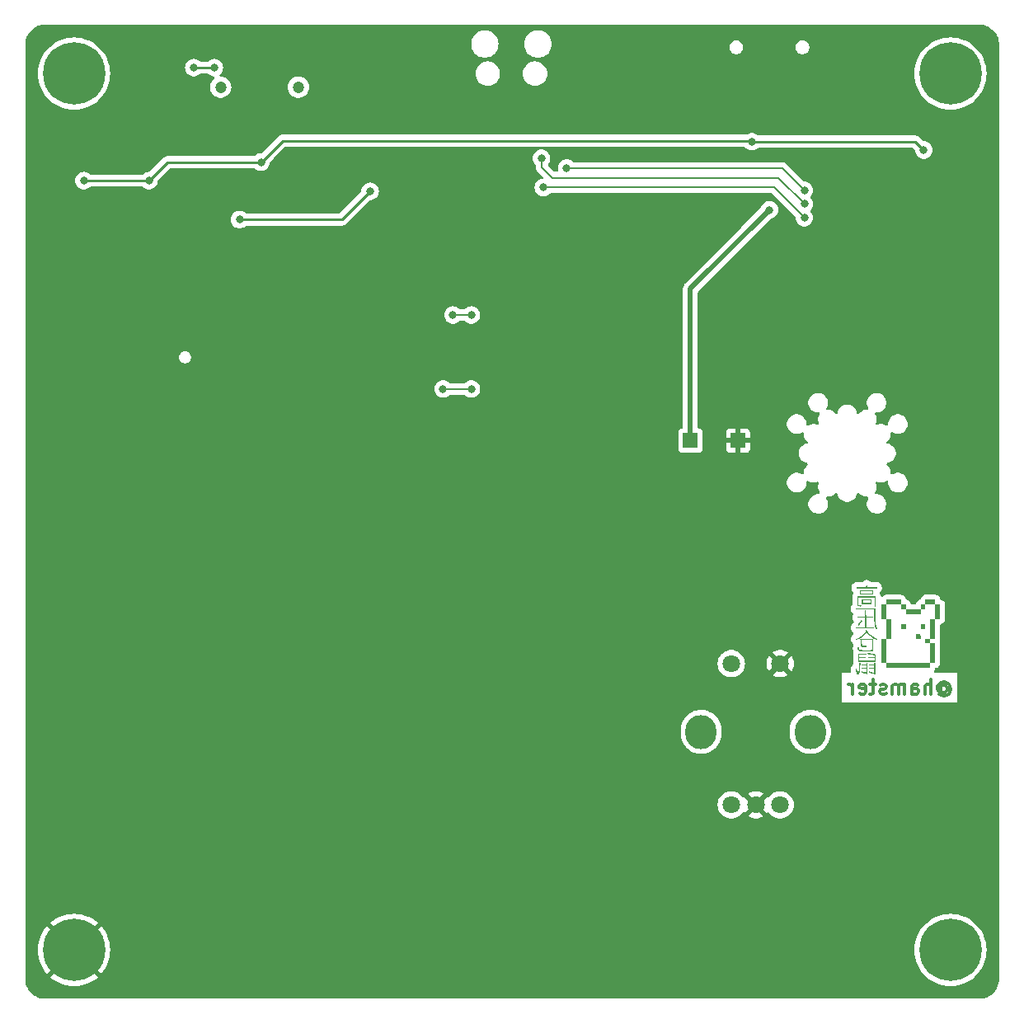
<source format=gbr>
%TF.GenerationSoftware,KiCad,Pcbnew,8.0.3*%
%TF.CreationDate,2024-07-01T01:23:48-06:00*%
%TF.ProjectId,dc32,64633332-2e6b-4696-9361-645f70636258,1.0*%
%TF.SameCoordinates,PX7bb10a0PY836a940*%
%TF.FileFunction,Copper,L2,Bot*%
%TF.FilePolarity,Positive*%
%FSLAX46Y46*%
G04 Gerber Fmt 4.6, Leading zero omitted, Abs format (unit mm)*
G04 Created by KiCad (PCBNEW 8.0.3) date 2024-07-01 01:23:48*
%MOMM*%
%LPD*%
G01*
G04 APERTURE LIST*
%ADD10C,0.300000*%
%TA.AperFunction,NonConductor*%
%ADD11C,0.300000*%
%TD*%
%TA.AperFunction,EtchedComponent*%
%ADD12C,0.000000*%
%TD*%
%TA.AperFunction,WasherPad*%
%ADD13C,1.200000*%
%TD*%
%TA.AperFunction,ComponentPad*%
%ADD14O,3.200000X3.500000*%
%TD*%
%TA.AperFunction,ComponentPad*%
%ADD15C,1.800000*%
%TD*%
%TA.AperFunction,SMDPad,CuDef*%
%ADD16R,1.500000X1.500000*%
%TD*%
%TA.AperFunction,ComponentPad*%
%ADD17C,0.800000*%
%TD*%
%TA.AperFunction,ComponentPad*%
%ADD18C,6.400000*%
%TD*%
%TA.AperFunction,ViaPad*%
%ADD19C,0.800000*%
%TD*%
%TA.AperFunction,Conductor*%
%ADD20C,0.254000*%
%TD*%
%TA.AperFunction,Conductor*%
%ADD21C,0.203200*%
%TD*%
%TA.AperFunction,Conductor*%
%ADD22C,0.525000*%
%TD*%
G04 APERTURE END LIST*
D10*
D11*
X94016917Y32013458D02*
X94088346Y32084886D01*
X94088346Y32084886D02*
X94231203Y32156315D01*
X94231203Y32156315D02*
X94374060Y32156315D01*
X94374060Y32156315D02*
X94516917Y32084886D01*
X94516917Y32084886D02*
X94588346Y32013458D01*
X94588346Y32013458D02*
X94659774Y31870600D01*
X94659774Y31870600D02*
X94659774Y31727743D01*
X94659774Y31727743D02*
X94588346Y31584886D01*
X94588346Y31584886D02*
X94516917Y31513458D01*
X94516917Y31513458D02*
X94374060Y31442029D01*
X94374060Y31442029D02*
X94231203Y31442029D01*
X94231203Y31442029D02*
X94088346Y31513458D01*
X94088346Y31513458D02*
X94016917Y31584886D01*
X94016917Y32156315D02*
X94016917Y31584886D01*
X94016917Y31584886D02*
X93945489Y31513458D01*
X93945489Y31513458D02*
X93874060Y31513458D01*
X93874060Y31513458D02*
X93731203Y31584886D01*
X93731203Y31584886D02*
X93659774Y31727743D01*
X93659774Y31727743D02*
X93659774Y32084886D01*
X93659774Y32084886D02*
X93802632Y32299172D01*
X93802632Y32299172D02*
X94016917Y32442029D01*
X94016917Y32442029D02*
X94302632Y32513458D01*
X94302632Y32513458D02*
X94588346Y32442029D01*
X94588346Y32442029D02*
X94802632Y32299172D01*
X94802632Y32299172D02*
X94945489Y32084886D01*
X94945489Y32084886D02*
X95016917Y31799172D01*
X95016917Y31799172D02*
X94945489Y31513458D01*
X94945489Y31513458D02*
X94802632Y31299172D01*
X94802632Y31299172D02*
X94588346Y31156315D01*
X94588346Y31156315D02*
X94302632Y31084886D01*
X94302632Y31084886D02*
X94016917Y31156315D01*
X94016917Y31156315D02*
X93802632Y31299172D01*
X93016918Y31299172D02*
X93016918Y32799172D01*
X92374061Y31299172D02*
X92374061Y32084886D01*
X92374061Y32084886D02*
X92445489Y32227743D01*
X92445489Y32227743D02*
X92588346Y32299172D01*
X92588346Y32299172D02*
X92802632Y32299172D01*
X92802632Y32299172D02*
X92945489Y32227743D01*
X92945489Y32227743D02*
X93016918Y32156315D01*
X91016918Y31299172D02*
X91016918Y32084886D01*
X91016918Y32084886D02*
X91088346Y32227743D01*
X91088346Y32227743D02*
X91231203Y32299172D01*
X91231203Y32299172D02*
X91516918Y32299172D01*
X91516918Y32299172D02*
X91659775Y32227743D01*
X91016918Y31370600D02*
X91159775Y31299172D01*
X91159775Y31299172D02*
X91516918Y31299172D01*
X91516918Y31299172D02*
X91659775Y31370600D01*
X91659775Y31370600D02*
X91731203Y31513458D01*
X91731203Y31513458D02*
X91731203Y31656315D01*
X91731203Y31656315D02*
X91659775Y31799172D01*
X91659775Y31799172D02*
X91516918Y31870600D01*
X91516918Y31870600D02*
X91159775Y31870600D01*
X91159775Y31870600D02*
X91016918Y31942029D01*
X90302632Y31299172D02*
X90302632Y32299172D01*
X90302632Y32156315D02*
X90231203Y32227743D01*
X90231203Y32227743D02*
X90088346Y32299172D01*
X90088346Y32299172D02*
X89874060Y32299172D01*
X89874060Y32299172D02*
X89731203Y32227743D01*
X89731203Y32227743D02*
X89659775Y32084886D01*
X89659775Y32084886D02*
X89659775Y31299172D01*
X89659775Y32084886D02*
X89588346Y32227743D01*
X89588346Y32227743D02*
X89445489Y32299172D01*
X89445489Y32299172D02*
X89231203Y32299172D01*
X89231203Y32299172D02*
X89088346Y32227743D01*
X89088346Y32227743D02*
X89016917Y32084886D01*
X89016917Y32084886D02*
X89016917Y31299172D01*
X88374060Y31370600D02*
X88231203Y31299172D01*
X88231203Y31299172D02*
X87945489Y31299172D01*
X87945489Y31299172D02*
X87802632Y31370600D01*
X87802632Y31370600D02*
X87731203Y31513458D01*
X87731203Y31513458D02*
X87731203Y31584886D01*
X87731203Y31584886D02*
X87802632Y31727743D01*
X87802632Y31727743D02*
X87945489Y31799172D01*
X87945489Y31799172D02*
X88159775Y31799172D01*
X88159775Y31799172D02*
X88302632Y31870600D01*
X88302632Y31870600D02*
X88374060Y32013458D01*
X88374060Y32013458D02*
X88374060Y32084886D01*
X88374060Y32084886D02*
X88302632Y32227743D01*
X88302632Y32227743D02*
X88159775Y32299172D01*
X88159775Y32299172D02*
X87945489Y32299172D01*
X87945489Y32299172D02*
X87802632Y32227743D01*
X87302631Y32299172D02*
X86731203Y32299172D01*
X87088346Y32799172D02*
X87088346Y31513458D01*
X87088346Y31513458D02*
X87016917Y31370600D01*
X87016917Y31370600D02*
X86874060Y31299172D01*
X86874060Y31299172D02*
X86731203Y31299172D01*
X85659774Y31370600D02*
X85802631Y31299172D01*
X85802631Y31299172D02*
X86088346Y31299172D01*
X86088346Y31299172D02*
X86231203Y31370600D01*
X86231203Y31370600D02*
X86302631Y31513458D01*
X86302631Y31513458D02*
X86302631Y32084886D01*
X86302631Y32084886D02*
X86231203Y32227743D01*
X86231203Y32227743D02*
X86088346Y32299172D01*
X86088346Y32299172D02*
X85802631Y32299172D01*
X85802631Y32299172D02*
X85659774Y32227743D01*
X85659774Y32227743D02*
X85588346Y32084886D01*
X85588346Y32084886D02*
X85588346Y31942029D01*
X85588346Y31942029D02*
X86302631Y31799172D01*
X84945489Y31299172D02*
X84945489Y32299172D01*
X84945489Y32013458D02*
X84874060Y32156315D01*
X84874060Y32156315D02*
X84802632Y32227743D01*
X84802632Y32227743D02*
X84659774Y32299172D01*
X84659774Y32299172D02*
X84516917Y32299172D01*
D12*
%TA.AperFunction,EtchedComponent*%
%TO.C,G\u002A\u002A\u002A*%
G36*
X93413178Y37963553D02*
G01*
X93413178Y36967890D01*
X93169558Y36967890D01*
X92925938Y36967890D01*
X92925938Y37963553D01*
X92925938Y38959216D01*
X93169558Y38959216D01*
X93413178Y38959216D01*
X93413178Y37963553D01*
G37*
%TD.AperFunction*%
%TA.AperFunction,EtchedComponent*%
G36*
X92417515Y38217764D02*
G01*
X92417515Y37963553D01*
X92173895Y37963553D01*
X91930275Y37963553D01*
X91930275Y38217764D01*
X91930275Y38471976D01*
X92173895Y38471976D01*
X92417515Y38471976D01*
X92417515Y38217764D01*
G37*
%TD.AperFunction*%
%TA.AperFunction,EtchedComponent*%
G36*
X91670767Y37471689D02*
G01*
X91919683Y37465721D01*
X91925652Y37216805D01*
X91931620Y36967890D01*
X91676736Y36967890D01*
X91421852Y36967890D01*
X91421852Y37222774D01*
X91421852Y37477658D01*
X91670767Y37471689D01*
G37*
%TD.AperFunction*%
%TA.AperFunction,EtchedComponent*%
G36*
X90426189Y38217764D02*
G01*
X90426189Y37963553D01*
X90171977Y37963553D01*
X89917765Y37963553D01*
X89917765Y38217764D01*
X89917765Y38471976D01*
X90171977Y38471976D01*
X90426189Y38471976D01*
X90426189Y38217764D01*
G37*
%TD.AperFunction*%
%TA.AperFunction,EtchedComponent*%
G36*
X88434863Y39711259D02*
G01*
X88434863Y38959216D01*
X88678482Y38959216D01*
X88922102Y38959216D01*
X88922102Y37963553D01*
X88922102Y36967890D01*
X88678482Y36967890D01*
X88434863Y36967890D01*
X88434863Y37962880D01*
X88434863Y38957871D01*
X88185947Y38963839D01*
X87937031Y38969808D01*
X87931464Y39716555D01*
X87925897Y40463302D01*
X88180380Y40463302D01*
X88434863Y40463302D01*
X88434863Y39711259D01*
G37*
%TD.AperFunction*%
%TA.AperFunction,EtchedComponent*%
G36*
X86888407Y40770475D02*
G01*
X86888407Y40526855D01*
X86369391Y40526855D01*
X85850375Y40526855D01*
X85850375Y40770475D01*
X85850375Y40908173D01*
X85998666Y40908173D01*
X85998666Y40781067D01*
X85998666Y40653961D01*
X86379983Y40653961D01*
X86761301Y40653961D01*
X86761301Y40781067D01*
X86761301Y40908173D01*
X86379983Y40908173D01*
X85998666Y40908173D01*
X85850375Y40908173D01*
X85850375Y41014095D01*
X86369391Y41014095D01*
X86888407Y41014095D01*
X86888407Y40908173D01*
X86888407Y40770475D01*
G37*
%TD.AperFunction*%
%TA.AperFunction,EtchedComponent*%
G36*
X87079066Y41723484D02*
G01*
X87079066Y41479579D01*
X86374687Y41485160D01*
X85670309Y41490742D01*
X85664319Y41729066D01*
X85661524Y41840283D01*
X85808007Y41840283D01*
X85808007Y41723769D01*
X85808007Y41607256D01*
X86379983Y41607256D01*
X86951960Y41607256D01*
X86951960Y41723769D01*
X86951960Y41840283D01*
X86379983Y41840283D01*
X85808007Y41840283D01*
X85661524Y41840283D01*
X85658329Y41967389D01*
X86368698Y41967389D01*
X87079066Y41967389D01*
X87079066Y41840283D01*
X87079066Y41723484D01*
G37*
%TD.AperFunction*%
%TA.AperFunction,EtchedComponent*%
G36*
X85866080Y38868339D02*
G01*
X85903153Y38845456D01*
X85915503Y38835560D01*
X85925573Y38818192D01*
X85919051Y38792893D01*
X85892795Y38751161D01*
X85843663Y38684493D01*
X85787269Y38606767D01*
X85721613Y38511316D01*
X85667056Y38427112D01*
X85655022Y38407702D01*
X85617570Y38350679D01*
X85591986Y38322797D01*
X85570763Y38318037D01*
X85546393Y38330380D01*
X85517827Y38352969D01*
X85496130Y38380166D01*
X85498443Y38396711D01*
X85520631Y38443809D01*
X85560309Y38510402D01*
X85611814Y38588546D01*
X85669483Y38670297D01*
X85727651Y38747710D01*
X85780656Y38812841D01*
X85822834Y38857745D01*
X85848521Y38874478D01*
X85866080Y38868339D01*
G37*
%TD.AperFunction*%
%TA.AperFunction,EtchedComponent*%
G36*
X86451025Y42476993D02*
G01*
X86468887Y42470017D01*
X86493854Y42454159D01*
X86494926Y42428422D01*
X86475747Y42378255D01*
X86469889Y42363924D01*
X86451108Y42312635D01*
X86443536Y42282567D01*
X86451767Y42279200D01*
X86495755Y42274300D01*
X86572560Y42270108D01*
X86676331Y42266844D01*
X86801217Y42264725D01*
X86941368Y42263970D01*
X87439199Y42263970D01*
X87439199Y42200417D01*
X87439199Y42136864D01*
X86379983Y42136864D01*
X85320767Y42136864D01*
X85320767Y42200417D01*
X85320767Y42263970D01*
X85814205Y42263970D01*
X86307643Y42263970D01*
X86332715Y42354003D01*
X86336610Y42367847D01*
X86359935Y42439398D01*
X86382510Y42477002D01*
X86410739Y42487315D01*
X86451025Y42476993D01*
G37*
%TD.AperFunction*%
%TA.AperFunction,EtchedComponent*%
G36*
X88434863Y35718015D02*
G01*
X88434863Y34468140D01*
X90680400Y34468140D01*
X92925938Y34468140D01*
X92925938Y35474395D01*
X92925938Y36480650D01*
X93169558Y36480650D01*
X93413178Y36480650D01*
X93413178Y35474395D01*
X93413178Y34468140D01*
X93169558Y34468140D01*
X92925938Y34468140D01*
X92925938Y34224520D01*
X92925938Y33980900D01*
X90680400Y33980900D01*
X88434863Y33980900D01*
X88434863Y34223848D01*
X88434863Y34466795D01*
X88185947Y34472764D01*
X87937031Y34478732D01*
X87931566Y35723311D01*
X87926100Y36967890D01*
X88180481Y36967890D01*
X88434863Y36967890D01*
X88434863Y35718015D01*
G37*
%TD.AperFunction*%
%TA.AperFunction,EtchedComponent*%
G36*
X92925938Y36724270D02*
G01*
X92925938Y36480650D01*
X92671727Y36480650D01*
X92417515Y36480650D01*
X92417515Y36724270D01*
X92417515Y36967890D01*
X92671727Y36967890D01*
X92925938Y36967890D01*
X92925938Y36724270D01*
G37*
%TD.AperFunction*%
%TA.AperFunction,EtchedComponent*%
G36*
X86332885Y39547081D02*
G01*
X86338747Y39234612D01*
X86677130Y39234612D01*
X87015513Y39234612D01*
X87015513Y39171059D01*
X87015513Y39107506D01*
X86676564Y39107506D01*
X86337615Y39107506D01*
X86337615Y38620267D01*
X86337615Y38133027D01*
X86750709Y38133027D01*
X87163803Y38133027D01*
X87163803Y38069474D01*
X87163803Y38005921D01*
X86221101Y38005921D01*
X85278399Y38005921D01*
X85278399Y38069474D01*
X85278399Y38133027D01*
X85733862Y38133027D01*
X86189325Y38133027D01*
X86189325Y38620267D01*
X86189325Y39107506D01*
X85818599Y39107506D01*
X85447873Y39107506D01*
X85447873Y39171059D01*
X85447873Y39234612D01*
X85818033Y39234612D01*
X86188192Y39234612D01*
X86194054Y39547081D01*
X86199917Y39859549D01*
X86263470Y39859549D01*
X86327023Y39859549D01*
X86332885Y39547081D01*
G37*
%TD.AperFunction*%
%TA.AperFunction,EtchedComponent*%
G36*
X87296684Y39356422D02*
G01*
X87296966Y39334375D01*
X87300110Y39119426D01*
X87303883Y38940990D01*
X87308894Y38793709D01*
X87315751Y38672228D01*
X87325063Y38571187D01*
X87337438Y38485231D01*
X87353485Y38409001D01*
X87373812Y38337141D01*
X87399029Y38264294D01*
X87429742Y38185102D01*
X87487001Y38041978D01*
X87437212Y38004422D01*
X87398111Y37980855D01*
X87372331Y37976194D01*
X87368849Y37980182D01*
X87350695Y38014607D01*
X87323835Y38075447D01*
X87292713Y38152843D01*
X87266137Y38224939D01*
X87236988Y38316509D01*
X87213777Y38409903D01*
X87195872Y38510909D01*
X87182641Y38625317D01*
X87173451Y38758913D01*
X87167670Y38917486D01*
X87164664Y39106824D01*
X87163803Y39332716D01*
X87163803Y39976063D01*
X86221101Y39976063D01*
X85278399Y39976063D01*
X85278399Y40039616D01*
X85278399Y40103169D01*
X86282801Y40103169D01*
X87287203Y40103169D01*
X87296684Y39356422D01*
G37*
%TD.AperFunction*%
%TA.AperFunction,EtchedComponent*%
G36*
X87333278Y40791659D02*
G01*
X87333278Y40272644D01*
X87259133Y40272644D01*
X87184988Y40272644D01*
X87184988Y40728106D01*
X87184988Y41183569D01*
X86369391Y41183569D01*
X85553795Y41183569D01*
X85553795Y40817081D01*
X85554029Y40743682D01*
X85556304Y40609251D01*
X85561142Y40513174D01*
X85568720Y40452724D01*
X85579216Y40425171D01*
X85601660Y40414428D01*
X85657687Y40403837D01*
X85729977Y40399749D01*
X85732423Y40399749D01*
X85800804Y40398643D01*
X85836000Y40392850D01*
X85846936Y40378591D01*
X85842543Y40352085D01*
X85834759Y40319527D01*
X85829480Y40286216D01*
X85828544Y40284332D01*
X85801453Y40277424D01*
X85744521Y40274484D01*
X85668010Y40276152D01*
X85662836Y40276412D01*
X85591350Y40280539D01*
X85535972Y40288139D01*
X85494646Y40304073D01*
X85465317Y40333204D01*
X85445930Y40380393D01*
X85434429Y40450502D01*
X85428759Y40548393D01*
X85426864Y40678927D01*
X85426689Y40846967D01*
X85426689Y41310675D01*
X86379983Y41310675D01*
X87333278Y41310675D01*
X87333278Y40791659D01*
G37*
%TD.AperFunction*%
%TA.AperFunction,EtchedComponent*%
G36*
X85743740Y34293369D02*
G01*
X85743700Y34283535D01*
X85737866Y34053055D01*
X85723088Y33848529D01*
X85699905Y33673148D01*
X85668855Y33530101D01*
X85630476Y33422579D01*
X85585305Y33353771D01*
X85577545Y33346096D01*
X85534524Y33311763D01*
X85495023Y33306639D01*
X85439299Y33327122D01*
X85435263Y33329067D01*
X85380596Y33379261D01*
X85333984Y33469087D01*
X85296213Y33596564D01*
X85268066Y33759709D01*
X85262782Y33805791D01*
X85263161Y33849683D01*
X85277408Y33873991D01*
X85309742Y33892111D01*
X85329159Y33900873D01*
X85367256Y33914618D01*
X85381917Y33906589D01*
X85384320Y33874086D01*
X85384500Y33866769D01*
X85390860Y33810580D01*
X85404300Y33734490D01*
X85422043Y33650844D01*
X85441317Y33571985D01*
X85459344Y33510257D01*
X85473352Y33478006D01*
X85485975Y33466654D01*
X85512182Y33462351D01*
X85519290Y33469235D01*
X85539707Y33515399D01*
X85559280Y33596005D01*
X85577147Y33705164D01*
X85592449Y33836988D01*
X85604325Y33985589D01*
X85611916Y34145079D01*
X85623490Y34510508D01*
X85683972Y34510508D01*
X85744454Y34510508D01*
X85743740Y34293369D01*
G37*
%TD.AperFunction*%
%TA.AperFunction,EtchedComponent*%
G36*
X86383680Y37833568D02*
G01*
X86420826Y37790294D01*
X86584581Y37597387D01*
X86809050Y37381418D01*
X87059857Y37190678D01*
X87343870Y37019431D01*
X87362551Y37009334D01*
X87430176Y36972428D01*
X87479730Y36944829D01*
X87501576Y36931888D01*
X87501980Y36931464D01*
X87493830Y36911893D01*
X87464086Y36877440D01*
X87417182Y36830535D01*
X87306381Y36891456D01*
X87166779Y36972895D01*
X86950855Y37116287D01*
X86748270Y37271274D01*
X86573062Y37427591D01*
X86369540Y37626859D01*
X86307496Y37546290D01*
X86156036Y37375233D01*
X85970575Y37208611D01*
X85759551Y37053306D01*
X85531337Y36916115D01*
X85352544Y36819951D01*
X85315471Y36864491D01*
X85290589Y36898104D01*
X85278399Y36923321D01*
X85278963Y36924868D01*
X85302244Y36942917D01*
X85352855Y36972442D01*
X85421393Y37007885D01*
X85515029Y37056575D01*
X85780018Y37225572D01*
X86022384Y37428539D01*
X86084859Y37489487D01*
X86185277Y37596079D01*
X86250903Y37680208D01*
X86281536Y37741598D01*
X86276978Y37779972D01*
X86270804Y37788658D01*
X86272336Y37811427D01*
X86309774Y37834385D01*
X86320787Y37839253D01*
X86355371Y37847888D01*
X86383680Y37833568D01*
G37*
%TD.AperFunction*%
%TA.AperFunction,EtchedComponent*%
G36*
X93667390Y40463302D02*
G01*
X93921601Y40463302D01*
X93921601Y39711259D01*
X93921601Y38959216D01*
X93667390Y38959216D01*
X93413178Y38959216D01*
X93413178Y39711259D01*
X93413178Y40463302D01*
X93667390Y40463302D01*
G37*
%TD.AperFunction*%
%TA.AperFunction,EtchedComponent*%
G36*
X93413178Y40717905D02*
G01*
X93413178Y40463302D01*
X92915346Y40463302D01*
X92417515Y40463302D01*
X92417515Y40209091D01*
X92417515Y39954879D01*
X92173895Y39954879D01*
X91930275Y39954879D01*
X91930275Y39711259D01*
X91930275Y39467639D01*
X91178232Y39467639D01*
X90426189Y39467639D01*
X90426189Y39710587D01*
X90426189Y39953534D01*
X90177273Y39959503D01*
X89928357Y39965471D01*
X89922389Y40214387D01*
X89916420Y40463302D01*
X89175641Y40463302D01*
X88434863Y40463302D01*
X88434863Y40717514D01*
X88434863Y40971726D01*
X89176314Y40971726D01*
X89917765Y40971726D01*
X89917765Y40717514D01*
X89917765Y40463302D01*
X90171977Y40463302D01*
X90426189Y40463302D01*
X90426189Y40209091D01*
X90426189Y39954879D01*
X91178232Y39954879D01*
X91930275Y39954879D01*
X91930275Y40209091D01*
X91930275Y40463302D01*
X92173223Y40463302D01*
X92416170Y40463302D01*
X92422139Y40712218D01*
X92428107Y40961134D01*
X92920642Y40966820D01*
X93413178Y40972507D01*
X93413178Y40717905D01*
G37*
%TD.AperFunction*%
%TA.AperFunction,EtchedComponent*%
G36*
X86524324Y35526470D02*
G01*
X86560100Y35517073D01*
X86622847Y35499594D01*
X86702724Y35476756D01*
X86747502Y35464536D01*
X86861217Y35437183D01*
X86987226Y35410524D01*
X87105546Y35388915D01*
X87333278Y35351676D01*
X87333278Y34973461D01*
X87333278Y34595246D01*
X86411760Y34595246D01*
X85490242Y34595246D01*
X85490242Y35008340D01*
X85490242Y35421434D01*
X85913928Y35421434D01*
X86337615Y35421434D01*
X86337615Y35368986D01*
X86337615Y35316537D01*
X85982777Y35310729D01*
X85627940Y35304920D01*
X85621537Y35193703D01*
X85615134Y35082485D01*
X85965782Y35082485D01*
X86316431Y35082485D01*
X86316431Y35030049D01*
X86316431Y34977613D01*
X85972185Y34971792D01*
X85627940Y34965971D01*
X85621587Y34844161D01*
X85615234Y34722352D01*
X86410703Y34722352D01*
X87206172Y34722352D01*
X87206172Y34838327D01*
X87206172Y34954303D01*
X86872519Y34960137D01*
X86538866Y34965971D01*
X86532163Y35024228D01*
X86525460Y35082485D01*
X86865816Y35082485D01*
X87206172Y35082485D01*
X87206172Y35162859D01*
X87206172Y35243233D01*
X86962044Y35290811D01*
X86880951Y35307365D01*
X86765129Y35333156D01*
X86659885Y35358840D01*
X86580784Y35380745D01*
X86443652Y35423101D01*
X86477807Y35475228D01*
X86503974Y35511724D01*
X86519798Y35527356D01*
X86524324Y35526470D01*
G37*
%TD.AperFunction*%
%TA.AperFunction,EtchedComponent*%
G36*
X86464721Y33995729D02*
G01*
X86464721Y33991771D01*
X86465691Y33811674D01*
X86468473Y33666458D01*
X86472989Y33557989D01*
X86479164Y33488132D01*
X86486919Y33458752D01*
X86497743Y33432644D01*
X86483519Y33380370D01*
X86455455Y33341731D01*
X86419981Y33324187D01*
X86413771Y33324787D01*
X86370207Y33334818D01*
X86299120Y33354836D01*
X86210127Y33381760D01*
X86112848Y33412510D01*
X86016903Y33444003D01*
X85931910Y33473159D01*
X85867489Y33496895D01*
X85833259Y33512132D01*
X85818212Y33531998D01*
X85819164Y33583698D01*
X85832777Y33637940D01*
X86046990Y33565801D01*
X86147149Y33532080D01*
X86231000Y33506391D01*
X86285799Y33497372D01*
X86317704Y33507311D01*
X86332870Y33538491D01*
X86337455Y33593202D01*
X86337615Y33673728D01*
X86337615Y33853795D01*
X86092588Y33853795D01*
X85847561Y33853795D01*
X85854264Y33912051D01*
X85860968Y33970308D01*
X86099291Y33976298D01*
X86337615Y33982288D01*
X86337615Y34098108D01*
X86337615Y34213928D01*
X86092588Y34213928D01*
X85847561Y34213928D01*
X85854264Y34272185D01*
X85860968Y34330442D01*
X86099291Y34336432D01*
X86337615Y34342421D01*
X86337615Y34426465D01*
X86337703Y34443434D01*
X86342216Y34488822D01*
X86360299Y34507118D01*
X86401168Y34510508D01*
X86464721Y34510508D01*
X86464721Y33995729D01*
G37*
%TD.AperFunction*%
%TA.AperFunction,EtchedComponent*%
G36*
X87290909Y33985137D02*
G01*
X87290922Y33962369D01*
X87292030Y33785943D01*
X87294868Y33643075D01*
X87299348Y33535963D01*
X87305382Y33466804D01*
X87312881Y33437795D01*
X87324007Y33412574D01*
X87312774Y33357753D01*
X87309141Y33348538D01*
X87297179Y33326790D01*
X87279113Y33314201D01*
X87249295Y33311579D01*
X87202079Y33319733D01*
X87131817Y33339472D01*
X87032865Y33371605D01*
X86899574Y33416940D01*
X86818858Y33444868D01*
X86739171Y33474085D01*
X86688814Y33496272D01*
X86661468Y33514954D01*
X86650816Y33533656D01*
X86650540Y33555905D01*
X86656066Y33590717D01*
X86664307Y33615571D01*
X86680792Y33613657D01*
X86730128Y33600443D01*
X86803822Y33577739D01*
X86893441Y33548031D01*
X86969102Y33522669D01*
X87050303Y33496688D01*
X87110092Y33479005D01*
X87139183Y33472477D01*
X87141899Y33473028D01*
X87154243Y33497669D01*
X87161457Y33560361D01*
X87163803Y33663136D01*
X87163803Y33853795D01*
X86909591Y33853795D01*
X86655380Y33853795D01*
X86655380Y33917347D01*
X86655380Y33980900D01*
X86909591Y33980900D01*
X87163803Y33980900D01*
X87163803Y34097414D01*
X87163803Y34213928D01*
X86909591Y34213928D01*
X86655380Y34213928D01*
X86655380Y34277481D01*
X86655380Y34341034D01*
X86909591Y34341034D01*
X87163803Y34341034D01*
X87163803Y34425771D01*
X87163904Y34443967D01*
X87168490Y34489029D01*
X87186606Y34507162D01*
X87227356Y34510508D01*
X87290909Y34510508D01*
X87290909Y33985137D01*
G37*
%TD.AperFunction*%
%TA.AperFunction,EtchedComponent*%
G36*
X87079066Y36386318D02*
G01*
X87079056Y36346816D01*
X87078527Y36166989D01*
X87076656Y36024110D01*
X87072710Y35913640D01*
X87065953Y35831041D01*
X87055652Y35771773D01*
X87041071Y35731299D01*
X87021476Y35705078D01*
X86996132Y35688573D01*
X86964306Y35677244D01*
X86962085Y35676676D01*
X86919958Y35671702D01*
X86842270Y35667108D01*
X86735148Y35663086D01*
X86604720Y35659828D01*
X86457110Y35657526D01*
X86298448Y35656372D01*
X86125282Y35656000D01*
X85966565Y35656727D01*
X85841401Y35659633D01*
X85745125Y35665719D01*
X85673075Y35675988D01*
X85620583Y35691442D01*
X85582987Y35713084D01*
X85555621Y35741915D01*
X85533821Y35778939D01*
X85512921Y35825156D01*
X85487443Y35886567D01*
X85460771Y35964779D01*
X85454224Y36017342D01*
X85467432Y36051357D01*
X85500027Y36073926D01*
X85536783Y36090348D01*
X85562633Y36094085D01*
X85575198Y36071525D01*
X85585488Y36015089D01*
X85586686Y36008580D01*
X85610796Y35931402D01*
X85646440Y35861502D01*
X85693158Y35792160D01*
X86293505Y35786529D01*
X86464130Y35785391D01*
X86627128Y35785634D01*
X86752150Y35787649D01*
X86841551Y35791504D01*
X86897685Y35797268D01*
X86922906Y35805011D01*
X86927596Y35810548D01*
X86936087Y35834034D01*
X86942471Y35876979D01*
X86946999Y35943963D01*
X86949923Y36039567D01*
X86951493Y36168370D01*
X86951960Y36334954D01*
X86951960Y36840784D01*
X86419168Y36840784D01*
X85886375Y36840784D01*
X85900535Y36634237D01*
X85911506Y36504864D01*
X85928735Y36377358D01*
X85949613Y36289556D01*
X85973900Y36242730D01*
X85988011Y36236941D01*
X86038575Y36229157D01*
X86114855Y36223816D01*
X86206670Y36221833D01*
X86418543Y36221833D01*
X86397146Y36160455D01*
X86379484Y36124981D01*
X86346422Y36097222D01*
X86293179Y36082581D01*
X86212598Y36079264D01*
X86097519Y36085482D01*
X85998421Y36096024D01*
X85924240Y36115005D01*
X85873439Y36148906D01*
X85839665Y36204579D01*
X85816564Y36288871D01*
X85797782Y36408634D01*
X85793260Y36443208D01*
X85778621Y36564908D01*
X85765260Y36688917D01*
X85755605Y36793119D01*
X85741542Y36967890D01*
X86410304Y36967890D01*
X87079066Y36967890D01*
X87079066Y36386318D01*
G37*
%TD.AperFunction*%
%TD*%
D13*
%TO.P,J1,*%
%TO.N,*%
X28030000Y93600000D03*
X20050000Y93600000D03*
%TD*%
D14*
%TO.P,SW2,1*%
%TO.N,N/C*%
X69400000Y27400000D03*
X80600000Y27400000D03*
D15*
%TO.P,SW2,A,A*%
%TO.N,ENC1_A*%
X72500000Y19900000D03*
%TO.P,SW2,B,B*%
%TO.N,ENC1_B*%
X77500000Y19900000D03*
%TO.P,SW2,C,C*%
%TO.N,GND*%
X75000000Y19900000D03*
%TO.P,SW2,S1,S1*%
%TO.N,ENC1_SW*%
X72500000Y34400000D03*
%TO.P,SW2,S2,S2*%
%TO.N,GND*%
X77500000Y34400000D03*
%TD*%
D16*
%TO.P,TP1,1,1*%
%TO.N,Net-(SW1-B)*%
X68300000Y57300000D03*
%TD*%
D17*
%TO.P,H4,1,1*%
%TO.N,GND*%
X7400000Y5000000D03*
X6697056Y3302944D03*
X6697056Y6697056D03*
X5000000Y2600000D03*
D18*
X5000000Y5000000D03*
D17*
X5000000Y7400000D03*
X3302944Y3302944D03*
X3302944Y6697056D03*
X2600000Y5000000D03*
%TD*%
%TO.P,H1,1,1*%
%TO.N,+3V3*%
X97400000Y95000000D03*
X96697056Y93302944D03*
X96697056Y96697056D03*
X95000000Y92600000D03*
D18*
X95000000Y95000000D03*
D17*
X95000000Y97400000D03*
X93302944Y93302944D03*
X93302944Y96697056D03*
X92600000Y95000000D03*
%TD*%
%TO.P,H3,1,1*%
%TO.N,unconnected-(H3-Pad1)_4*%
X97400000Y5000000D03*
%TO.N,unconnected-(H3-Pad1)_0*%
X96697056Y3302944D03*
%TO.N,unconnected-(H3-Pad1)*%
X96697056Y6697056D03*
%TO.N,unconnected-(H3-Pad1)_6*%
X95000000Y2600000D03*
D18*
%TO.N,unconnected-(H3-Pad1)_2*%
X95000000Y5000000D03*
D17*
%TO.N,unconnected-(H3-Pad1)_5*%
X95000000Y7400000D03*
%TO.N,unconnected-(H3-Pad1)_3*%
X93302944Y3302944D03*
%TO.N,unconnected-(H3-Pad1)_1*%
X93302944Y6697056D03*
%TO.N,unconnected-(H3-Pad1)_7*%
X92600000Y5000000D03*
%TD*%
D16*
%TO.P,TP2,1,1*%
%TO.N,GND*%
X73200000Y57300000D03*
%TD*%
D17*
%TO.P,H2,1,1*%
%TO.N,unconnected-(H2-Pad1)*%
X7400000Y95000000D03*
%TO.N,unconnected-(H2-Pad1)_3*%
X6697056Y93302944D03*
%TO.N,unconnected-(H2-Pad1)_2*%
X6697056Y96697056D03*
%TO.N,unconnected-(H2-Pad1)_6*%
X5000000Y92600000D03*
D18*
%TO.N,unconnected-(H2-Pad1)_0*%
X5000000Y95000000D03*
D17*
%TO.N,unconnected-(H2-Pad1)_1*%
X5000000Y97400000D03*
%TO.N,unconnected-(H2-Pad1)_7*%
X3302944Y93302944D03*
%TO.N,unconnected-(H2-Pad1)_5*%
X3302944Y96697056D03*
%TO.N,unconnected-(H2-Pad1)_4*%
X2600000Y95000000D03*
%TD*%
D19*
%TO.N,+3V3*%
X24200000Y85900000D03*
X92250000Y87150000D03*
X12700000Y84000000D03*
X74600000Y88000000D03*
X6000000Y84000000D03*
%TO.N,GND*%
X61400000Y20900000D03*
X96600000Y73400000D03*
X35200000Y67700000D03*
X3600000Y39600000D03*
X65400000Y55000000D03*
X38300000Y20100000D03*
X86400000Y76100000D03*
X65400000Y93300000D03*
X35200000Y93100000D03*
X65400000Y80400000D03*
X19000000Y3700000D03*
X26400000Y85900000D03*
X96600000Y59800000D03*
X30800000Y85800000D03*
X65400000Y67700000D03*
X21500000Y64600000D03*
X30800000Y91000000D03*
X52200000Y19900000D03*
X82400000Y86400000D03*
X16200000Y88500000D03*
X79800000Y74200000D03*
X73600000Y3600000D03*
X3600000Y80500000D03*
X96600000Y87000000D03*
X32800000Y3700000D03*
X46500000Y3600000D03*
X35400000Y80000000D03*
X4900000Y13600000D03*
X85900000Y4800000D03*
X96600000Y32500000D03*
X60000000Y3600000D03*
X3600000Y25900000D03*
X3600000Y53200000D03*
X96600000Y46100000D03*
X14200000Y65700000D03*
X3600000Y66900000D03*
X96600000Y18800000D03*
X35100000Y55000000D03*
%TO.N,SD_CS*%
X35400000Y82900000D03*
X22000000Y80000000D03*
%TO.N,LCD_RESET*%
X45800000Y70200000D03*
X43900000Y70200000D03*
%TO.N,SPI1_MOSI*%
X42900000Y62600000D03*
X45800000Y62600000D03*
%TO.N,Net-(SW1-B)*%
X76400000Y81000000D03*
%TO.N,I2S_BCLK*%
X53000000Y86300000D03*
X80000000Y81600000D03*
%TO.N,I2S_LRCLK*%
X55600000Y85300000D03*
X17300000Y95600000D03*
X19400000Y95600000D03*
X80000000Y83000000D03*
%TO.N,I2S_DIN*%
X80000000Y80200000D03*
X53200000Y83300000D03*
%TD*%
D20*
%TO.N,+3V3*%
X91400000Y88000000D02*
X92250000Y87150000D01*
X24200000Y85900000D02*
X26400000Y88100000D01*
X24200000Y85900000D02*
X14600000Y85900000D01*
X14600000Y85900000D02*
X12700000Y84000000D01*
X74500000Y88100000D02*
X74600000Y88000000D01*
X12700000Y84000000D02*
X6000000Y84000000D01*
X74600000Y88000000D02*
X91400000Y88000000D01*
X26400000Y88100000D02*
X74500000Y88100000D01*
%TO.N,SD_CS*%
X32500000Y80000000D02*
X22000000Y80000000D01*
X35400000Y82900000D02*
X32500000Y80000000D01*
D21*
%TO.N,LCD_RESET*%
X45800000Y70200000D02*
X43900000Y70200000D01*
%TO.N,SPI1_MOSI*%
X45800000Y62600000D02*
X42900000Y62600000D01*
D22*
%TO.N,Net-(SW1-B)*%
X76400000Y81000000D02*
X68300000Y72900000D01*
X68300000Y72900000D02*
X68300000Y57300000D01*
D21*
%TO.N,I2S_BCLK*%
X77300000Y84300000D02*
X54100000Y84300000D01*
X54100000Y84300000D02*
X53000000Y85400000D01*
X80000000Y81600000D02*
X77300000Y84300000D01*
X53000000Y85400000D02*
X53000000Y86300000D01*
%TO.N,I2S_LRCLK*%
X77700000Y85300000D02*
X80000000Y83000000D01*
D20*
X19400000Y95600000D02*
X17300000Y95600000D01*
D21*
X55600000Y85300000D02*
X77700000Y85300000D01*
%TO.N,I2S_DIN*%
X53200000Y83300000D02*
X76900000Y83300000D01*
X76900000Y83300000D02*
X80000000Y80200000D01*
%TD*%
%TA.AperFunction,Conductor*%
%TO.N,GND*%
G36*
X98372455Y99982920D02*
G01*
X98376792Y99980373D01*
X98376794Y99980372D01*
X98410183Y99967447D01*
X98602202Y99893114D01*
X98602205Y99893114D01*
X98602206Y99893113D01*
X98710433Y99868117D01*
X98729069Y99862231D01*
X98837157Y99818439D01*
X98850247Y99812222D01*
X99070974Y99691101D01*
X99084925Y99682185D01*
X99286724Y99533347D01*
X99299348Y99522664D01*
X99479515Y99348275D01*
X99490616Y99335992D01*
X99645944Y99139156D01*
X99655309Y99125504D01*
X99739994Y98982437D01*
X99783026Y98909740D01*
X99790490Y98894961D01*
X99888330Y98664091D01*
X99893758Y98648451D01*
X99959967Y98406617D01*
X99963263Y98390392D01*
X99996804Y98140860D01*
X99997892Y98126409D01*
X99999983Y98001021D01*
X100000000Y97998953D01*
X100000000Y2001090D01*
X99999980Y1998878D01*
X99997590Y1864899D01*
X99996348Y1849464D01*
X99958051Y1583103D01*
X99954290Y1565815D01*
X99878791Y1308689D01*
X99872608Y1292113D01*
X99761284Y1048346D01*
X99752805Y1032817D01*
X99607922Y807376D01*
X99597320Y793213D01*
X99421827Y590683D01*
X99409317Y578173D01*
X99206787Y402680D01*
X99192624Y392078D01*
X98967183Y247195D01*
X98951654Y238716D01*
X98707887Y127392D01*
X98691311Y121209D01*
X98434185Y45710D01*
X98416897Y41949D01*
X98150536Y3652D01*
X98135101Y2410D01*
X98004818Y86D01*
X98001120Y20D01*
X97998910Y0D01*
X2001090Y0D01*
X1998879Y20D01*
X1995015Y89D01*
X1864898Y2410D01*
X1849463Y3652D01*
X1583102Y41949D01*
X1565814Y45710D01*
X1308688Y121209D01*
X1292112Y127392D01*
X1048345Y238716D01*
X1032821Y247192D01*
X807374Y392079D01*
X793212Y402680D01*
X590682Y578173D01*
X578172Y590683D01*
X402679Y793213D01*
X392077Y807376D01*
X247188Y1032827D01*
X238715Y1048346D01*
X127391Y1292113D01*
X121208Y1308689D01*
X119290Y1315220D01*
X45708Y1565816D01*
X41948Y1583103D01*
X37327Y1615245D01*
X3650Y1849472D01*
X2409Y1864891D01*
X20Y1998879D01*
X0Y2001090D01*
X0Y5000001D01*
X1294922Y5000001D01*
X1294922Y5000000D01*
X1315219Y4612713D01*
X1375886Y4229677D01*
X1375887Y4229670D01*
X1476262Y3855064D01*
X1615244Y3493006D01*
X1791310Y3147457D01*
X2002531Y2822207D01*
X2211095Y2564650D01*
X2211096Y2564650D01*
X3705748Y4059302D01*
X3779588Y3957670D01*
X3957670Y3779588D01*
X4059300Y3705749D01*
X2564648Y2211097D01*
X2564649Y2211096D01*
X2822206Y2002532D01*
X3147456Y1791311D01*
X3493005Y1615245D01*
X3855063Y1476263D01*
X4229669Y1375888D01*
X4229676Y1375887D01*
X4612712Y1315220D01*
X4999999Y1294922D01*
X5000001Y1294922D01*
X5387287Y1315220D01*
X5770323Y1375887D01*
X5770330Y1375888D01*
X6144936Y1476263D01*
X6506994Y1615245D01*
X6852543Y1791311D01*
X7177783Y2002524D01*
X7177785Y2002525D01*
X7435349Y2211098D01*
X5940698Y3705749D01*
X6042330Y3779588D01*
X6220412Y3957670D01*
X6294251Y4059302D01*
X7788902Y2564651D01*
X7997475Y2822215D01*
X7997476Y2822217D01*
X8208689Y3147457D01*
X8384755Y3493006D01*
X8523737Y3855064D01*
X8624112Y4229670D01*
X8624113Y4229677D01*
X8684780Y4612713D01*
X8705078Y5000000D01*
X91294422Y5000000D01*
X91314722Y4612662D01*
X91375398Y4229567D01*
X91448252Y3957670D01*
X91475788Y3854906D01*
X91614787Y3492803D01*
X91790877Y3147207D01*
X92002122Y2821918D01*
X92002124Y2821916D01*
X92246219Y2520484D01*
X92520484Y2246219D01*
X92520488Y2246216D01*
X92821917Y2002123D01*
X93147206Y1790878D01*
X93147211Y1790875D01*
X93492806Y1614786D01*
X93854913Y1475786D01*
X94229567Y1375398D01*
X94612662Y1314722D01*
X94978576Y1295545D01*
X94999999Y1294422D01*
X95000000Y1294422D01*
X95000001Y1294422D01*
X95020301Y1295486D01*
X95387338Y1314722D01*
X95770433Y1375398D01*
X96145087Y1475786D01*
X96507194Y1614786D01*
X96852789Y1790875D01*
X97178084Y2002124D01*
X97479516Y2246219D01*
X97753781Y2520484D01*
X97997876Y2821916D01*
X98209125Y3147211D01*
X98385214Y3492806D01*
X98524214Y3854913D01*
X98624602Y4229567D01*
X98685278Y4612662D01*
X98705578Y5000000D01*
X98685278Y5387338D01*
X98624602Y5770433D01*
X98524214Y6145087D01*
X98385214Y6507194D01*
X98209125Y6852789D01*
X98209122Y6852794D01*
X97997877Y7178083D01*
X97753784Y7479512D01*
X97753781Y7479516D01*
X97479516Y7753781D01*
X97178084Y7997876D01*
X97178082Y7997878D01*
X96852793Y8209123D01*
X96507197Y8385213D01*
X96145094Y8524212D01*
X96145087Y8524214D01*
X95770433Y8624602D01*
X95770429Y8624603D01*
X95770428Y8624603D01*
X95387339Y8685278D01*
X95000001Y8705578D01*
X94999999Y8705578D01*
X94612660Y8685278D01*
X94229572Y8624603D01*
X94229570Y8624603D01*
X93854905Y8524212D01*
X93492802Y8385213D01*
X93147206Y8209123D01*
X92821917Y7997878D01*
X92520488Y7753785D01*
X92520480Y7753778D01*
X92246222Y7479520D01*
X92246215Y7479512D01*
X92002122Y7178083D01*
X91790877Y6852794D01*
X91614787Y6507198D01*
X91475788Y6145095D01*
X91375397Y5770430D01*
X91375397Y5770428D01*
X91314722Y5387338D01*
X91294422Y5000000D01*
X8705078Y5000000D01*
X8705078Y5000001D01*
X8684780Y5387288D01*
X8624113Y5770324D01*
X8624112Y5770331D01*
X8523737Y6144937D01*
X8384755Y6506995D01*
X8208689Y6852544D01*
X7997468Y7177794D01*
X7788904Y7435351D01*
X7788903Y7435352D01*
X6294251Y5940700D01*
X6220412Y6042330D01*
X6042330Y6220412D01*
X5940698Y6294252D01*
X7435350Y7788904D01*
X7435350Y7788905D01*
X7177793Y7997469D01*
X6852543Y8208690D01*
X6506994Y8384756D01*
X6144936Y8523738D01*
X5770330Y8624113D01*
X5770323Y8624114D01*
X5387287Y8684781D01*
X5000001Y8705078D01*
X4999999Y8705078D01*
X4612712Y8684781D01*
X4229676Y8624114D01*
X4229669Y8624113D01*
X3855063Y8523738D01*
X3493005Y8384756D01*
X3147456Y8208690D01*
X2822206Y7997469D01*
X2564648Y7788905D01*
X2564648Y7788904D01*
X4059301Y6294252D01*
X3957670Y6220412D01*
X3779588Y6042330D01*
X3705748Y5940700D01*
X2211096Y7435352D01*
X2211095Y7435352D01*
X2002531Y7177794D01*
X1791310Y6852544D01*
X1615244Y6506995D01*
X1476262Y6144937D01*
X1375887Y5770331D01*
X1375886Y5770324D01*
X1315219Y5387288D01*
X1294922Y5000001D01*
X0Y5000001D01*
X0Y19900007D01*
X71094700Y19900007D01*
X71094700Y19899994D01*
X71113864Y19668703D01*
X71113866Y19668692D01*
X71170842Y19443700D01*
X71264075Y19231152D01*
X71391016Y19036853D01*
X71391019Y19036849D01*
X71391021Y19036847D01*
X71548216Y18866087D01*
X71548219Y18866085D01*
X71548222Y18866082D01*
X71731365Y18723536D01*
X71731371Y18723532D01*
X71731374Y18723530D01*
X71898860Y18632891D01*
X71934652Y18613521D01*
X71935497Y18613064D01*
X72049487Y18573932D01*
X72155015Y18537703D01*
X72155017Y18537703D01*
X72155019Y18537702D01*
X72383951Y18499500D01*
X72383952Y18499500D01*
X72616048Y18499500D01*
X72616049Y18499500D01*
X72844981Y18537702D01*
X73064503Y18613064D01*
X73268626Y18723530D01*
X73269170Y18723953D01*
X73330129Y18771400D01*
X73451784Y18866087D01*
X73608979Y19036847D01*
X73646491Y19094264D01*
X73699634Y19139618D01*
X73768865Y19149043D01*
X73832201Y19119542D01*
X73846914Y19102564D01*
X73848812Y19102367D01*
X74517037Y19770592D01*
X74534075Y19707007D01*
X74599901Y19592993D01*
X74692993Y19499901D01*
X74807007Y19434075D01*
X74870590Y19417038D01*
X74201201Y18747649D01*
X74231649Y18723950D01*
X74435697Y18613524D01*
X74435706Y18613521D01*
X74655139Y18538189D01*
X74883993Y18500000D01*
X75116007Y18500000D01*
X75344860Y18538189D01*
X75564293Y18613521D01*
X75564301Y18613524D01*
X75768355Y18723953D01*
X75798797Y18747649D01*
X75798798Y18747650D01*
X75129410Y19417038D01*
X75192993Y19434075D01*
X75307007Y19499901D01*
X75400099Y19592993D01*
X75465925Y19707007D01*
X75482962Y19770591D01*
X76151186Y19102367D01*
X76155967Y19102863D01*
X76199036Y19139620D01*
X76268268Y19149044D01*
X76331604Y19119543D01*
X76353509Y19094263D01*
X76391016Y19036853D01*
X76391019Y19036849D01*
X76391021Y19036847D01*
X76548216Y18866087D01*
X76548219Y18866085D01*
X76548222Y18866082D01*
X76731365Y18723536D01*
X76731371Y18723532D01*
X76731374Y18723530D01*
X76898860Y18632891D01*
X76934652Y18613521D01*
X76935497Y18613064D01*
X77049487Y18573932D01*
X77155015Y18537703D01*
X77155017Y18537703D01*
X77155019Y18537702D01*
X77383951Y18499500D01*
X77383952Y18499500D01*
X77616048Y18499500D01*
X77616049Y18499500D01*
X77844981Y18537702D01*
X78064503Y18613064D01*
X78268626Y18723530D01*
X78269170Y18723953D01*
X78330129Y18771400D01*
X78451784Y18866087D01*
X78608979Y19036847D01*
X78735924Y19231151D01*
X78829157Y19443700D01*
X78886134Y19668695D01*
X78905300Y19900000D01*
X78905300Y19900001D01*
X78905300Y19900007D01*
X78886135Y20131298D01*
X78886133Y20131309D01*
X78829157Y20356301D01*
X78735924Y20568849D01*
X78608983Y20763148D01*
X78608980Y20763151D01*
X78608979Y20763153D01*
X78451784Y20933913D01*
X78451779Y20933917D01*
X78451777Y20933919D01*
X78268634Y21076465D01*
X78268628Y21076469D01*
X78064504Y21186936D01*
X78064495Y21186939D01*
X77844984Y21262298D01*
X77673282Y21290950D01*
X77616049Y21300500D01*
X77383951Y21300500D01*
X77338164Y21292860D01*
X77155015Y21262298D01*
X76935504Y21186939D01*
X76935495Y21186936D01*
X76731371Y21076469D01*
X76731365Y21076465D01*
X76548222Y20933919D01*
X76548219Y20933916D01*
X76391018Y20763150D01*
X76353510Y20705738D01*
X76300363Y20660382D01*
X76231132Y20650958D01*
X76167796Y20680460D01*
X76153084Y20697438D01*
X76151186Y20697635D01*
X75482962Y20029411D01*
X75465925Y20092993D01*
X75400099Y20207007D01*
X75307007Y20300099D01*
X75192993Y20365925D01*
X75129409Y20382963D01*
X75798797Y21052353D01*
X75798797Y21052355D01*
X75768360Y21076045D01*
X75768354Y21076049D01*
X75564302Y21186477D01*
X75564293Y21186480D01*
X75344860Y21261812D01*
X75116007Y21300000D01*
X74883993Y21300000D01*
X74655139Y21261812D01*
X74435706Y21186480D01*
X74435697Y21186477D01*
X74231650Y21076051D01*
X74201200Y21052353D01*
X74870591Y20382963D01*
X74807007Y20365925D01*
X74692993Y20300099D01*
X74599901Y20207007D01*
X74534075Y20092993D01*
X74517037Y20029409D01*
X73848811Y20697635D01*
X73844029Y20697139D01*
X73800959Y20660382D01*
X73731728Y20650959D01*
X73668392Y20680462D01*
X73646489Y20705740D01*
X73608983Y20763148D01*
X73608980Y20763151D01*
X73608979Y20763153D01*
X73451784Y20933913D01*
X73451779Y20933917D01*
X73451777Y20933919D01*
X73268634Y21076465D01*
X73268628Y21076469D01*
X73064504Y21186936D01*
X73064495Y21186939D01*
X72844984Y21262298D01*
X72673282Y21290950D01*
X72616049Y21300500D01*
X72383951Y21300500D01*
X72338164Y21292860D01*
X72155015Y21262298D01*
X71935504Y21186939D01*
X71935495Y21186936D01*
X71731371Y21076469D01*
X71731365Y21076465D01*
X71548222Y20933919D01*
X71548219Y20933916D01*
X71391016Y20763148D01*
X71264075Y20568849D01*
X71170842Y20356301D01*
X71113866Y20131309D01*
X71113864Y20131298D01*
X71094700Y19900007D01*
X0Y19900007D01*
X0Y27687668D01*
X67299500Y27687668D01*
X67299500Y27112333D01*
X67299501Y27112316D01*
X67335438Y26839345D01*
X67335439Y26839340D01*
X67335440Y26839334D01*
X67335441Y26839332D01*
X67406704Y26573370D01*
X67512075Y26318983D01*
X67512080Y26318972D01*
X67594861Y26175593D01*
X67649751Y26080521D01*
X67649753Y26080518D01*
X67649754Y26080517D01*
X67817370Y25862074D01*
X67817376Y25862067D01*
X68012066Y25667377D01*
X68012072Y25667372D01*
X68230521Y25499751D01*
X68383778Y25411268D01*
X68468971Y25362081D01*
X68468976Y25362079D01*
X68468979Y25362077D01*
X68723368Y25256705D01*
X68989334Y25185440D01*
X69262326Y25149500D01*
X69262333Y25149500D01*
X69537667Y25149500D01*
X69537674Y25149500D01*
X69810666Y25185440D01*
X70076632Y25256705D01*
X70331021Y25362077D01*
X70569479Y25499751D01*
X70787928Y25667372D01*
X70982628Y25862072D01*
X71150249Y26080521D01*
X71287923Y26318979D01*
X71393295Y26573368D01*
X71464560Y26839334D01*
X71500500Y27112326D01*
X71500500Y27687668D01*
X78499500Y27687668D01*
X78499500Y27112333D01*
X78499501Y27112316D01*
X78535438Y26839345D01*
X78535439Y26839340D01*
X78535440Y26839334D01*
X78535441Y26839332D01*
X78606704Y26573370D01*
X78712075Y26318983D01*
X78712080Y26318972D01*
X78794861Y26175593D01*
X78849751Y26080521D01*
X78849753Y26080518D01*
X78849754Y26080517D01*
X79017370Y25862074D01*
X79017376Y25862067D01*
X79212066Y25667377D01*
X79212072Y25667372D01*
X79430521Y25499751D01*
X79583778Y25411268D01*
X79668971Y25362081D01*
X79668976Y25362079D01*
X79668979Y25362077D01*
X79923368Y25256705D01*
X80189334Y25185440D01*
X80462326Y25149500D01*
X80462333Y25149500D01*
X80737667Y25149500D01*
X80737674Y25149500D01*
X81010666Y25185440D01*
X81276632Y25256705D01*
X81531021Y25362077D01*
X81769479Y25499751D01*
X81987928Y25667372D01*
X82182628Y25862072D01*
X82350249Y26080521D01*
X82487923Y26318979D01*
X82593295Y26573368D01*
X82664560Y26839334D01*
X82700500Y27112326D01*
X82700500Y27687674D01*
X82664560Y27960666D01*
X82593295Y28226632D01*
X82487923Y28481021D01*
X82487921Y28481024D01*
X82487919Y28481029D01*
X82438732Y28566222D01*
X82350249Y28719479D01*
X82182628Y28937928D01*
X82182623Y28937934D01*
X81987933Y29132624D01*
X81987926Y29132630D01*
X81769483Y29300246D01*
X81769482Y29300247D01*
X81769479Y29300249D01*
X81674407Y29355139D01*
X81531028Y29437920D01*
X81531017Y29437925D01*
X81276630Y29543296D01*
X81143649Y29578928D01*
X81010666Y29614560D01*
X81010660Y29614561D01*
X81010655Y29614562D01*
X80737684Y29650499D01*
X80737679Y29650500D01*
X80737674Y29650500D01*
X80462326Y29650500D01*
X80462320Y29650500D01*
X80462315Y29650499D01*
X80189344Y29614562D01*
X80189337Y29614561D01*
X80189334Y29614560D01*
X80133125Y29599500D01*
X79923369Y29543296D01*
X79668982Y29437925D01*
X79668971Y29437920D01*
X79430516Y29300246D01*
X79212073Y29132630D01*
X79212066Y29132624D01*
X79017376Y28937934D01*
X79017370Y28937927D01*
X78849754Y28719484D01*
X78712080Y28481029D01*
X78712075Y28481018D01*
X78606704Y28226631D01*
X78535441Y27960669D01*
X78535438Y27960656D01*
X78499501Y27687685D01*
X78499500Y27687668D01*
X71500500Y27687668D01*
X71500500Y27687674D01*
X71464560Y27960666D01*
X71393295Y28226632D01*
X71287923Y28481021D01*
X71287921Y28481024D01*
X71287919Y28481029D01*
X71238732Y28566222D01*
X71150249Y28719479D01*
X70982628Y28937928D01*
X70982623Y28937934D01*
X70787933Y29132624D01*
X70787926Y29132630D01*
X70569483Y29300246D01*
X70569482Y29300247D01*
X70569479Y29300249D01*
X70474407Y29355139D01*
X70331028Y29437920D01*
X70331017Y29437925D01*
X70076630Y29543296D01*
X69943649Y29578928D01*
X69810666Y29614560D01*
X69810660Y29614561D01*
X69810655Y29614562D01*
X69537684Y29650499D01*
X69537679Y29650500D01*
X69537674Y29650500D01*
X69262326Y29650500D01*
X69262320Y29650500D01*
X69262315Y29650499D01*
X68989344Y29614562D01*
X68989337Y29614561D01*
X68989334Y29614560D01*
X68933125Y29599500D01*
X68723369Y29543296D01*
X68468982Y29437925D01*
X68468971Y29437920D01*
X68230516Y29300246D01*
X68012073Y29132630D01*
X68012066Y29132624D01*
X67817376Y28937934D01*
X67817370Y28937927D01*
X67649754Y28719484D01*
X67512080Y28481029D01*
X67512075Y28481018D01*
X67406704Y28226631D01*
X67335441Y27960669D01*
X67335438Y27960656D01*
X67299501Y27687685D01*
X67299500Y27687668D01*
X0Y27687668D01*
X0Y34400007D01*
X71094700Y34400007D01*
X71094700Y34399994D01*
X71113864Y34168703D01*
X71113866Y34168692D01*
X71170842Y33943700D01*
X71264075Y33731152D01*
X71391016Y33536853D01*
X71391019Y33536849D01*
X71391021Y33536847D01*
X71548216Y33366087D01*
X71548219Y33366085D01*
X71548222Y33366082D01*
X71731365Y33223536D01*
X71731371Y33223532D01*
X71731374Y33223530D01*
X71898860Y33132891D01*
X71934652Y33113521D01*
X71935497Y33113064D01*
X72049487Y33073932D01*
X72155015Y33037703D01*
X72155017Y33037703D01*
X72155019Y33037702D01*
X72383951Y32999500D01*
X72383952Y32999500D01*
X72616048Y32999500D01*
X72616049Y32999500D01*
X72844981Y33037702D01*
X73064503Y33113064D01*
X73268626Y33223530D01*
X73269170Y33223953D01*
X73330129Y33271400D01*
X73451784Y33366087D01*
X73608979Y33536847D01*
X73616159Y33547836D01*
X73689357Y33659875D01*
X73735924Y33731151D01*
X73829157Y33943700D01*
X73886134Y34168695D01*
X73886135Y34168703D01*
X73905300Y34399994D01*
X73905300Y34400006D01*
X76095202Y34400006D01*
X76095202Y34399995D01*
X76114361Y34168782D01*
X76171317Y33943865D01*
X76264515Y33731394D01*
X76348812Y33602367D01*
X77017037Y34270592D01*
X77034075Y34207007D01*
X77099901Y34092993D01*
X77192993Y33999901D01*
X77307007Y33934075D01*
X77370590Y33917038D01*
X76701201Y33247649D01*
X76731649Y33223950D01*
X76935697Y33113524D01*
X76935706Y33113521D01*
X77155139Y33038189D01*
X77383993Y33000000D01*
X77616007Y33000000D01*
X77844860Y33038189D01*
X78064293Y33113521D01*
X78064301Y33113524D01*
X78268355Y33223953D01*
X78298797Y33247649D01*
X78298798Y33247650D01*
X78091776Y33454672D01*
X83861417Y33454672D01*
X83861417Y30426683D01*
X95675120Y30426683D01*
X95675120Y33454672D01*
X93403545Y33454672D01*
X93336506Y33474357D01*
X93290751Y33527161D01*
X93280807Y33596319D01*
X93309832Y33659875D01*
X93309833Y33659875D01*
X93346420Y33702099D01*
X93351192Y33707606D01*
X93410962Y33838484D01*
X93415762Y33871871D01*
X93444786Y33935427D01*
X93503561Y33973201D01*
X93623170Y34008321D01*
X93744210Y34086109D01*
X93838432Y34194846D01*
X93879720Y34285256D01*
X93898201Y34325721D01*
X93898202Y34325726D01*
X93918678Y34468140D01*
X93918678Y36480650D01*
X93913533Y36552590D01*
X93910261Y36563732D01*
X93888790Y36636856D01*
X93872997Y36690642D01*
X93872995Y36690645D01*
X93871793Y36694739D01*
X93871793Y36764609D01*
X93877974Y36781182D01*
X93898202Y36825474D01*
X93918678Y36967890D01*
X93918678Y38344054D01*
X93938363Y38411093D01*
X93991167Y38456848D01*
X94007739Y38463031D01*
X94131593Y38499397D01*
X94252633Y38577185D01*
X94346855Y38685922D01*
X94392852Y38786642D01*
X94406624Y38816797D01*
X94406625Y38816802D01*
X94411974Y38854007D01*
X94427101Y38959216D01*
X94427101Y40463302D01*
X94421956Y40535242D01*
X94420247Y40541061D01*
X94412709Y40566733D01*
X94381420Y40673294D01*
X94303632Y40794334D01*
X94244774Y40845335D01*
X94194900Y40888552D01*
X94194898Y40888554D01*
X94194895Y40888556D01*
X94194891Y40888558D01*
X94064020Y40948326D01*
X94064015Y40948327D01*
X94015970Y40955234D01*
X93952414Y40984259D01*
X93914639Y41043036D01*
X93913798Y41046530D01*
X93912669Y41050217D01*
X93912669Y41050219D01*
X93870542Y41187794D01*
X93791362Y41307928D01*
X93791361Y41307929D01*
X93791360Y41307931D01*
X93703131Y41382615D01*
X93681544Y41400888D01*
X93549984Y41459143D01*
X93407342Y41477973D01*
X93407339Y41477973D01*
X92914806Y41472286D01*
X92914805Y41472286D01*
X92422281Y41466601D01*
X92368177Y41463069D01*
X92229195Y41425854D01*
X92106328Y41350992D01*
X92106327Y41350991D01*
X92009527Y41244543D01*
X92009522Y41244536D01*
X91946638Y41115141D01*
X91946637Y41115138D01*
X91946636Y41115136D01*
X91946636Y41115134D01*
X91937284Y41059584D01*
X91906746Y40996744D01*
X91849942Y40961193D01*
X91720280Y40923120D01*
X91599244Y40845335D01*
X91599240Y40845331D01*
X91505025Y40736602D01*
X91505019Y40736593D01*
X91445251Y40605722D01*
X91445250Y40605717D01*
X91439646Y40566733D01*
X91410622Y40503177D01*
X91351844Y40465402D01*
X91316908Y40460379D01*
X91041351Y40460379D01*
X90974312Y40480064D01*
X90928557Y40532868D01*
X90922374Y40549443D01*
X90917297Y40566733D01*
X90886008Y40673294D01*
X90808220Y40794334D01*
X90749362Y40845335D01*
X90699488Y40888552D01*
X90699486Y40888554D01*
X90699483Y40888556D01*
X90699479Y40888558D01*
X90568608Y40948326D01*
X90568603Y40948327D01*
X90519594Y40955373D01*
X90456038Y40984398D01*
X90418264Y41043175D01*
X90397426Y41114142D01*
X90377584Y41181718D01*
X90336902Y41245020D01*
X90299797Y41302757D01*
X90299793Y41302761D01*
X90191064Y41396976D01*
X90191062Y41396978D01*
X90191059Y41396980D01*
X90191055Y41396982D01*
X90060184Y41456750D01*
X90060179Y41456751D01*
X89917765Y41477226D01*
X88434863Y41477226D01*
X88434860Y41477226D01*
X88362922Y41472082D01*
X88224868Y41431544D01*
X88103832Y41353759D01*
X88103828Y41353755D01*
X88052181Y41294151D01*
X87993403Y41256377D01*
X87923533Y41256377D01*
X87864755Y41294152D01*
X87835731Y41357708D01*
X87834785Y41366509D01*
X87833633Y41382616D01*
X87819266Y41431545D01*
X87793097Y41520667D01*
X87746345Y41593414D01*
X87726661Y41660451D01*
X87746345Y41727491D01*
X87769466Y41754172D01*
X87770218Y41754825D01*
X87770231Y41754833D01*
X87864453Y41863570D01*
X87924223Y41994448D01*
X87944699Y42136864D01*
X87944699Y42263970D01*
X87939554Y42335910D01*
X87899018Y42473962D01*
X87821230Y42595002D01*
X87762372Y42646003D01*
X87712498Y42689220D01*
X87712496Y42689222D01*
X87712493Y42689224D01*
X87712489Y42689226D01*
X87581618Y42748994D01*
X87581613Y42748995D01*
X87439199Y42769470D01*
X86943089Y42769470D01*
X86942423Y42769472D01*
X86941676Y42769477D01*
X86940013Y42769485D01*
X86873081Y42789531D01*
X86859986Y42799335D01*
X86764878Y42880863D01*
X86764877Y42880864D01*
X86739915Y42896719D01*
X86739903Y42896726D01*
X86652795Y42940876D01*
X86652789Y42940879D01*
X86634932Y42947853D01*
X86634928Y42947854D01*
X86634921Y42947857D01*
X86576490Y42966675D01*
X86576472Y42966680D01*
X86536224Y42976993D01*
X86521516Y42980528D01*
X86435447Y42987266D01*
X86378071Y42991758D01*
X86378070Y42991758D01*
X86378069Y42991758D01*
X86237281Y42962123D01*
X86209057Y42951812D01*
X86209050Y42951810D01*
X86158582Y42930199D01*
X86158572Y42930193D01*
X86039972Y42848753D01*
X86039968Y42848750D01*
X86012618Y42815166D01*
X85955020Y42775615D01*
X85916470Y42769470D01*
X85320764Y42769470D01*
X85248826Y42764326D01*
X85110772Y42723788D01*
X84989736Y42646003D01*
X84989732Y42645999D01*
X84895517Y42537270D01*
X84895511Y42537261D01*
X84835743Y42406390D01*
X84835742Y42406385D01*
X84815267Y42263971D01*
X84815267Y42136862D01*
X84820411Y42064924D01*
X84860949Y41926870D01*
X84938734Y41805834D01*
X84990637Y41760859D01*
X85028410Y41702081D01*
X85028410Y41632211D01*
X85006165Y41591472D01*
X85006230Y41591430D01*
X85005646Y41590523D01*
X85003149Y41585948D01*
X85001437Y41583973D01*
X85001434Y41583968D01*
X84941665Y41453095D01*
X84941664Y41453090D01*
X84921189Y41310676D01*
X84921189Y40846376D01*
X84921364Y40678341D01*
X84921416Y40671641D01*
X84923312Y40541061D01*
X84924106Y40519143D01*
X84924493Y40512453D01*
X84908712Y40444388D01*
X84894414Y40424091D01*
X84853145Y40376464D01*
X84853144Y40376462D01*
X84793375Y40245589D01*
X84793374Y40245584D01*
X84772899Y40103170D01*
X84772899Y39976061D01*
X84778043Y39904123D01*
X84798692Y39833802D01*
X84818436Y39766560D01*
X84818581Y39766069D01*
X84896366Y39645033D01*
X84896367Y39645032D01*
X84896368Y39645031D01*
X84961538Y39588560D01*
X84999312Y39529782D01*
X84999312Y39459913D01*
X84993130Y39443338D01*
X84962850Y39377032D01*
X84962848Y39377027D01*
X84942373Y39234613D01*
X84942373Y39107504D01*
X84947517Y39035566D01*
X84970587Y38957000D01*
X84988054Y38897514D01*
X84988055Y38897513D01*
X85059307Y38786642D01*
X85078991Y38719603D01*
X85064481Y38661396D01*
X85063341Y38659254D01*
X85063337Y38659244D01*
X85041134Y38612117D01*
X85037809Y38604910D01*
X85036659Y38601827D01*
X85035950Y38600881D01*
X85035855Y38600674D01*
X85035810Y38600695D01*
X84994778Y38545901D01*
X84987526Y38540868D01*
X84947370Y38515061D01*
X84947364Y38515056D01*
X84853149Y38406327D01*
X84853143Y38406318D01*
X84793375Y38275447D01*
X84793374Y38275442D01*
X84772899Y38133028D01*
X84772899Y38005919D01*
X84778043Y37933981D01*
X84818581Y37795927D01*
X84896366Y37674891D01*
X84896370Y37674887D01*
X85004118Y37581522D01*
X85005105Y37580667D01*
X85006975Y37579813D01*
X85008528Y37578468D01*
X85012567Y37575872D01*
X85012194Y37575292D01*
X85059780Y37534064D01*
X85079469Y37467025D01*
X85059789Y37399985D01*
X85024850Y37364244D01*
X84992515Y37342416D01*
X84969236Y37324367D01*
X84872059Y37224801D01*
X84804042Y37098016D01*
X84803475Y37096461D01*
X84803474Y37096458D01*
X84776590Y36984299D01*
X84776589Y36984293D01*
X84779737Y36840452D01*
X84779737Y36840451D01*
X84779738Y36840449D01*
X84798556Y36781189D01*
X84823285Y36703316D01*
X84835470Y36678108D01*
X84835475Y36678100D01*
X84860406Y36636860D01*
X84884299Y36597339D01*
X84909177Y36563732D01*
X84926946Y36541105D01*
X84964020Y36496564D01*
X85011331Y36451345D01*
X85046193Y36390794D01*
X85042786Y36321008D01*
X85033682Y36300827D01*
X84996210Y36234334D01*
X84996209Y36234331D01*
X84983003Y36200322D01*
X84983003Y36200321D01*
X84955317Y36098718D01*
X84952599Y35954861D01*
X84959146Y35902303D01*
X84982327Y35801619D01*
X85008999Y35723405D01*
X85020525Y35692870D01*
X85020531Y35692856D01*
X85020589Y35692716D01*
X85020591Y35692697D01*
X85021239Y35690981D01*
X85020794Y35690814D01*
X85028093Y35623252D01*
X85018847Y35593697D01*
X85005219Y35563857D01*
X85005217Y35563849D01*
X84984742Y35421435D01*
X84984742Y34595244D01*
X84989887Y34523304D01*
X85022871Y34410971D01*
X85022871Y34341101D01*
X84985097Y34282323D01*
X84977242Y34276056D01*
X84930973Y34242113D01*
X84841293Y34129598D01*
X84827044Y34105287D01*
X84779385Y33996283D01*
X84757679Y33854046D01*
X84757300Y33810174D01*
X84757301Y33810137D01*
X84760572Y33748210D01*
X84765859Y33702099D01*
X84769920Y33673792D01*
X84782694Y33599754D01*
X84774693Y33530344D01*
X84730437Y33476277D01*
X84663976Y33454721D01*
X84660499Y33454672D01*
X83861417Y33454672D01*
X78091776Y33454672D01*
X77629410Y33917038D01*
X77692993Y33934075D01*
X77807007Y33999901D01*
X77900099Y34092993D01*
X77965925Y34207007D01*
X77982962Y34270591D01*
X78651186Y33602367D01*
X78735482Y33731389D01*
X78828682Y33943865D01*
X78885638Y34168782D01*
X78904798Y34399995D01*
X78904798Y34400006D01*
X78885638Y34631219D01*
X78828682Y34856136D01*
X78735484Y35068607D01*
X78651186Y35197635D01*
X77982962Y34529411D01*
X77965925Y34592993D01*
X77900099Y34707007D01*
X77807007Y34800099D01*
X77692993Y34865925D01*
X77629409Y34882963D01*
X78298797Y35552353D01*
X78298797Y35552355D01*
X78268360Y35576045D01*
X78268354Y35576049D01*
X78064302Y35686477D01*
X78064293Y35686480D01*
X77844860Y35761812D01*
X77616007Y35800000D01*
X77383993Y35800000D01*
X77155139Y35761812D01*
X76935706Y35686480D01*
X76935697Y35686477D01*
X76731650Y35576051D01*
X76701200Y35552353D01*
X77370591Y34882963D01*
X77307007Y34865925D01*
X77192993Y34800099D01*
X77099901Y34707007D01*
X77034075Y34592993D01*
X77017037Y34529409D01*
X76348811Y35197635D01*
X76264516Y35068610D01*
X76171317Y34856136D01*
X76114361Y34631219D01*
X76095202Y34400006D01*
X73905300Y34400006D01*
X73905300Y34400007D01*
X73886135Y34631298D01*
X73886133Y34631309D01*
X73829157Y34856301D01*
X73735924Y35068849D01*
X73608983Y35263148D01*
X73608980Y35263151D01*
X73608979Y35263153D01*
X73451784Y35433913D01*
X73451779Y35433917D01*
X73451777Y35433919D01*
X73268634Y35576465D01*
X73268628Y35576469D01*
X73064504Y35686936D01*
X73064495Y35686939D01*
X72844984Y35762298D01*
X72673282Y35790950D01*
X72616049Y35800500D01*
X72383951Y35800500D01*
X72338164Y35792860D01*
X72155015Y35762298D01*
X71935504Y35686939D01*
X71935495Y35686936D01*
X71731371Y35576469D01*
X71731365Y35576465D01*
X71548222Y35433919D01*
X71548219Y35433916D01*
X71548216Y35433914D01*
X71548216Y35433913D01*
X71489267Y35369878D01*
X71391016Y35263148D01*
X71264075Y35068849D01*
X71170842Y34856301D01*
X71113866Y34631309D01*
X71113864Y34631298D01*
X71094700Y34400007D01*
X0Y34400007D01*
X0Y58097865D01*
X67049500Y58097865D01*
X67049500Y56502130D01*
X67049501Y56502124D01*
X67055908Y56442517D01*
X67106202Y56307672D01*
X67106206Y56307665D01*
X67192452Y56192456D01*
X67192455Y56192453D01*
X67307664Y56106207D01*
X67307671Y56106203D01*
X67442517Y56055909D01*
X67442516Y56055909D01*
X67449444Y56055165D01*
X67502127Y56049500D01*
X69097872Y56049501D01*
X69157483Y56055909D01*
X69292331Y56106204D01*
X69407546Y56192454D01*
X69493796Y56307669D01*
X69544091Y56442517D01*
X69550500Y56502127D01*
X69550500Y56502156D01*
X71950000Y56502156D01*
X71956401Y56442628D01*
X71956403Y56442621D01*
X72006645Y56307914D01*
X72006649Y56307907D01*
X72092809Y56192813D01*
X72092812Y56192810D01*
X72207906Y56106650D01*
X72207913Y56106646D01*
X72342620Y56056404D01*
X72342627Y56056402D01*
X72402155Y56050001D01*
X72402172Y56050000D01*
X72950000Y56050000D01*
X73450000Y56050000D01*
X73997828Y56050000D01*
X73997844Y56050001D01*
X74057372Y56056402D01*
X74057379Y56056404D01*
X74192086Y56106646D01*
X74192093Y56106650D01*
X74307187Y56192810D01*
X74307190Y56192813D01*
X74393350Y56307907D01*
X74393354Y56307914D01*
X74443596Y56442621D01*
X74443598Y56442628D01*
X74449999Y56502156D01*
X74450000Y56502173D01*
X74450000Y57050000D01*
X73450000Y57050000D01*
X73450000Y56050000D01*
X72950000Y56050000D01*
X72950000Y57050000D01*
X71950000Y57050000D01*
X71950000Y56502156D01*
X69550500Y56502156D01*
X69550499Y58097845D01*
X71950000Y58097845D01*
X71950000Y57550000D01*
X72950000Y57550000D01*
X73450000Y57550000D01*
X74450000Y57550000D01*
X74450000Y58097828D01*
X74449999Y58097845D01*
X74443598Y58157373D01*
X74443596Y58157380D01*
X74393354Y58292087D01*
X74393350Y58292094D01*
X74307190Y58407188D01*
X74307187Y58407191D01*
X74192093Y58493351D01*
X74192086Y58493355D01*
X74057379Y58543597D01*
X74057372Y58543599D01*
X73997844Y58550000D01*
X73450000Y58550000D01*
X73450000Y57550000D01*
X72950000Y57550000D01*
X72950000Y58550000D01*
X72402155Y58550000D01*
X72342627Y58543599D01*
X72342620Y58543597D01*
X72207913Y58493355D01*
X72207906Y58493351D01*
X72092812Y58407191D01*
X72092809Y58407188D01*
X72006649Y58292094D01*
X72006645Y58292087D01*
X71956403Y58157380D01*
X71956401Y58157373D01*
X71950000Y58097845D01*
X69550499Y58097845D01*
X69550499Y58097872D01*
X69544091Y58157483D01*
X69542974Y58160477D01*
X69493797Y58292329D01*
X69493793Y58292336D01*
X69407547Y58407545D01*
X69407544Y58407548D01*
X69292335Y58493794D01*
X69292328Y58493798D01*
X69150215Y58546802D01*
X69150756Y58548253D01*
X69097759Y58578438D01*
X69065380Y58640353D01*
X69063000Y58664532D01*
X69063000Y58905305D01*
X78203347Y58905305D01*
X78241795Y58712019D01*
X78241798Y58712009D01*
X78317212Y58529941D01*
X78317219Y58529928D01*
X78426708Y58366067D01*
X78426711Y58366063D01*
X78566062Y58226712D01*
X78566066Y58226709D01*
X78729927Y58117220D01*
X78729940Y58117213D01*
X78874404Y58057375D01*
X78912013Y58041797D01*
X78912017Y58041797D01*
X78912018Y58041796D01*
X79105304Y58003348D01*
X79105307Y58003348D01*
X79302391Y58003348D01*
X79432430Y58029216D01*
X79495683Y58041797D01*
X79641973Y58102392D01*
X79677755Y58117213D01*
X79677755Y58117214D01*
X79677762Y58117216D01*
X79732077Y58153508D01*
X79742507Y58160477D01*
X79809184Y58181355D01*
X79876564Y58162871D01*
X79923255Y58110892D01*
X79935398Y58057375D01*
X79935398Y57905307D01*
X79935398Y57905305D01*
X79935397Y57905305D01*
X79973845Y57712019D01*
X79973848Y57712009D01*
X80049262Y57529941D01*
X80049269Y57529928D01*
X80158758Y57366067D01*
X80158761Y57366063D01*
X80298113Y57226711D01*
X80306415Y57221164D01*
X80351220Y57167552D01*
X80359929Y57098227D01*
X80329775Y57035200D01*
X80270332Y56998480D01*
X80261717Y56996444D01*
X80108170Y56965901D01*
X80108160Y56965898D01*
X79926092Y56890484D01*
X79926079Y56890477D01*
X79762218Y56780988D01*
X79762214Y56780985D01*
X79622863Y56641634D01*
X79622860Y56641630D01*
X79513371Y56477769D01*
X79513364Y56477756D01*
X79437950Y56295688D01*
X79437947Y56295678D01*
X79399500Y56102392D01*
X79399500Y56102389D01*
X79399500Y55905307D01*
X79399500Y55905305D01*
X79399499Y55905305D01*
X79437947Y55712019D01*
X79437950Y55712009D01*
X79513364Y55529941D01*
X79513371Y55529928D01*
X79622860Y55366067D01*
X79622863Y55366063D01*
X79762214Y55226712D01*
X79762218Y55226709D01*
X79926079Y55117220D01*
X79926092Y55117213D01*
X80090930Y55048936D01*
X80108165Y55041797D01*
X80173359Y55028829D01*
X80261716Y55011253D01*
X80323627Y54978868D01*
X80358201Y54918152D01*
X80354462Y54848383D01*
X80313595Y54791711D01*
X80306420Y54786537D01*
X80298120Y54780991D01*
X80298112Y54780985D01*
X80158761Y54641634D01*
X80158758Y54641630D01*
X80049269Y54477769D01*
X80049262Y54477756D01*
X79973848Y54295688D01*
X79973845Y54295678D01*
X79935398Y54102392D01*
X79935398Y53950322D01*
X79915713Y53883283D01*
X79862909Y53837528D01*
X79793751Y53827584D01*
X79742508Y53847219D01*
X79677766Y53890478D01*
X79677755Y53890484D01*
X79495687Y53965898D01*
X79495677Y53965901D01*
X79302391Y54004348D01*
X79302389Y54004348D01*
X79105307Y54004348D01*
X79105305Y54004348D01*
X78912018Y53965901D01*
X78912008Y53965898D01*
X78729940Y53890484D01*
X78729927Y53890477D01*
X78566066Y53780988D01*
X78566062Y53780985D01*
X78426711Y53641634D01*
X78426708Y53641630D01*
X78317219Y53477769D01*
X78317212Y53477756D01*
X78241798Y53295688D01*
X78241795Y53295678D01*
X78203348Y53102392D01*
X78203348Y53102389D01*
X78203348Y52905307D01*
X78203348Y52905305D01*
X78203347Y52905305D01*
X78241795Y52712019D01*
X78241798Y52712009D01*
X78317212Y52529941D01*
X78317219Y52529928D01*
X78426708Y52366067D01*
X78426711Y52366063D01*
X78566062Y52226712D01*
X78566066Y52226709D01*
X78729927Y52117220D01*
X78729940Y52117213D01*
X78854001Y52065826D01*
X78912013Y52041797D01*
X78912017Y52041797D01*
X78912018Y52041796D01*
X79105304Y52003348D01*
X79105307Y52003348D01*
X79302391Y52003348D01*
X79432430Y52029216D01*
X79495683Y52041797D01*
X79677762Y52117216D01*
X79841630Y52226709D01*
X79980987Y52366066D01*
X80090480Y52529934D01*
X80165899Y52712013D01*
X80179619Y52780988D01*
X80204348Y52905305D01*
X80204348Y53057375D01*
X80224033Y53124414D01*
X80276837Y53170169D01*
X80345995Y53180113D01*
X80397239Y53160477D01*
X80461977Y53117220D01*
X80461990Y53117213D01*
X80634360Y53045816D01*
X80644063Y53041797D01*
X80644067Y53041797D01*
X80644068Y53041796D01*
X80837354Y53003348D01*
X80837357Y53003348D01*
X81034441Y53003348D01*
X81164480Y53029216D01*
X81227733Y53041797D01*
X81310020Y53075882D01*
X81379487Y53083350D01*
X81441967Y53052075D01*
X81477619Y52991986D01*
X81475126Y52922161D01*
X81472033Y52913869D01*
X81437949Y52831581D01*
X81437947Y52831576D01*
X81399500Y52638290D01*
X81399500Y52638287D01*
X81399500Y52441205D01*
X81399500Y52441203D01*
X81399499Y52441203D01*
X81437947Y52247917D01*
X81437950Y52247907D01*
X81513364Y52065839D01*
X81513371Y52065826D01*
X81556629Y52001087D01*
X81577507Y51934410D01*
X81559023Y51867030D01*
X81507044Y51820339D01*
X81453527Y51808196D01*
X81301457Y51808196D01*
X81108170Y51769749D01*
X81108160Y51769746D01*
X80926092Y51694332D01*
X80926079Y51694325D01*
X80762218Y51584836D01*
X80762214Y51584833D01*
X80622863Y51445482D01*
X80622860Y51445478D01*
X80513371Y51281617D01*
X80513364Y51281604D01*
X80437950Y51099536D01*
X80437947Y51099526D01*
X80399500Y50906240D01*
X80399500Y50906237D01*
X80399500Y50709155D01*
X80399500Y50709153D01*
X80399499Y50709153D01*
X80437947Y50515867D01*
X80437950Y50515857D01*
X80513364Y50333789D01*
X80513371Y50333776D01*
X80622860Y50169915D01*
X80622863Y50169911D01*
X80762214Y50030560D01*
X80762218Y50030557D01*
X80926079Y49921068D01*
X80926092Y49921061D01*
X81108160Y49845647D01*
X81108165Y49845645D01*
X81108169Y49845645D01*
X81108170Y49845644D01*
X81301456Y49807196D01*
X81301459Y49807196D01*
X81498543Y49807196D01*
X81628582Y49833064D01*
X81691835Y49845645D01*
X81873914Y49921064D01*
X82037782Y50030557D01*
X82177139Y50169914D01*
X82286632Y50333782D01*
X82362051Y50515861D01*
X82400500Y50709155D01*
X82400500Y50906237D01*
X82400500Y50906240D01*
X82362052Y51099526D01*
X82362051Y51099527D01*
X82362051Y51099531D01*
X82309373Y51226709D01*
X82286635Y51281604D01*
X82286628Y51281617D01*
X82243371Y51346355D01*
X82222493Y51413032D01*
X82240977Y51480412D01*
X82292956Y51527103D01*
X82346473Y51539246D01*
X82498543Y51539246D01*
X82628582Y51565114D01*
X82691835Y51577695D01*
X82873914Y51653114D01*
X83037782Y51762607D01*
X83177139Y51901964D01*
X83182682Y51910261D01*
X83236292Y51955068D01*
X83305616Y51963778D01*
X83368645Y51933626D01*
X83405367Y51874185D01*
X83407404Y51865566D01*
X83437947Y51712019D01*
X83437950Y51712009D01*
X83513364Y51529941D01*
X83513371Y51529928D01*
X83622860Y51366067D01*
X83622863Y51366063D01*
X83762214Y51226712D01*
X83762218Y51226709D01*
X83926079Y51117220D01*
X83926092Y51117213D01*
X84108160Y51041799D01*
X84108165Y51041797D01*
X84108169Y51041797D01*
X84108170Y51041796D01*
X84301456Y51003348D01*
X84301459Y51003348D01*
X84498543Y51003348D01*
X84628582Y51029216D01*
X84691835Y51041797D01*
X84873914Y51117216D01*
X85037782Y51226709D01*
X85177139Y51366066D01*
X85286632Y51529934D01*
X85362051Y51712013D01*
X85392595Y51865565D01*
X85424980Y51927476D01*
X85485695Y51962050D01*
X85555465Y51958311D01*
X85612137Y51917444D01*
X85617314Y51910265D01*
X85622860Y51901965D01*
X85622863Y51901961D01*
X85762214Y51762610D01*
X85762218Y51762607D01*
X85926079Y51653118D01*
X85926092Y51653111D01*
X86090925Y51584836D01*
X86108165Y51577695D01*
X86108169Y51577695D01*
X86108170Y51577694D01*
X86301456Y51539246D01*
X86453527Y51539246D01*
X86520566Y51519561D01*
X86566321Y51466757D01*
X86576265Y51397599D01*
X86556629Y51346355D01*
X86513371Y51281617D01*
X86513364Y51281604D01*
X86437950Y51099536D01*
X86437947Y51099526D01*
X86399500Y50906240D01*
X86399500Y50906237D01*
X86399500Y50709155D01*
X86399500Y50709153D01*
X86399499Y50709153D01*
X86437947Y50515867D01*
X86437950Y50515857D01*
X86513364Y50333789D01*
X86513371Y50333776D01*
X86622860Y50169915D01*
X86622863Y50169911D01*
X86762214Y50030560D01*
X86762218Y50030557D01*
X86926079Y49921068D01*
X86926092Y49921061D01*
X87108160Y49845647D01*
X87108165Y49845645D01*
X87108169Y49845645D01*
X87108170Y49845644D01*
X87301456Y49807196D01*
X87301459Y49807196D01*
X87498543Y49807196D01*
X87628582Y49833064D01*
X87691835Y49845645D01*
X87873914Y49921064D01*
X88037782Y50030557D01*
X88177139Y50169914D01*
X88286632Y50333782D01*
X88362051Y50515861D01*
X88400500Y50709155D01*
X88400500Y50906237D01*
X88400500Y50906240D01*
X88362052Y51099526D01*
X88362051Y51099527D01*
X88362051Y51099531D01*
X88309373Y51226709D01*
X88286635Y51281604D01*
X88286628Y51281617D01*
X88177139Y51445478D01*
X88177136Y51445482D01*
X88037785Y51584833D01*
X88037781Y51584836D01*
X87873920Y51694325D01*
X87873907Y51694332D01*
X87691839Y51769746D01*
X87691829Y51769749D01*
X87498543Y51808196D01*
X87498541Y51808196D01*
X87346473Y51808196D01*
X87279434Y51827881D01*
X87233679Y51880685D01*
X87223735Y51949843D01*
X87243371Y52001087D01*
X87286628Y52065826D01*
X87286628Y52065827D01*
X87286632Y52065832D01*
X87362051Y52247911D01*
X87400500Y52441205D01*
X87400500Y52638287D01*
X87400500Y52638290D01*
X87362052Y52831576D01*
X87362051Y52831577D01*
X87362051Y52831581D01*
X87327966Y52913868D01*
X87320498Y52983337D01*
X87351773Y53045816D01*
X87411862Y53081468D01*
X87481687Y53078974D01*
X87489973Y53075884D01*
X87572267Y53041797D01*
X87572271Y53041797D01*
X87572272Y53041796D01*
X87765558Y53003348D01*
X87765561Y53003348D01*
X87962645Y53003348D01*
X88092684Y53029216D01*
X88155937Y53041797D01*
X88302227Y53102392D01*
X88338009Y53117213D01*
X88338009Y53117214D01*
X88338016Y53117216D01*
X88356625Y53129650D01*
X88402761Y53160477D01*
X88469438Y53181355D01*
X88536818Y53162871D01*
X88583509Y53110892D01*
X88595652Y53057375D01*
X88595652Y52905307D01*
X88595652Y52905305D01*
X88595651Y52905305D01*
X88634099Y52712019D01*
X88634102Y52712009D01*
X88709516Y52529941D01*
X88709523Y52529928D01*
X88819012Y52366067D01*
X88819015Y52366063D01*
X88958366Y52226712D01*
X88958370Y52226709D01*
X89122231Y52117220D01*
X89122244Y52117213D01*
X89246305Y52065826D01*
X89304317Y52041797D01*
X89304321Y52041797D01*
X89304322Y52041796D01*
X89497608Y52003348D01*
X89497611Y52003348D01*
X89694695Y52003348D01*
X89824734Y52029216D01*
X89887987Y52041797D01*
X90070066Y52117216D01*
X90233934Y52226709D01*
X90373291Y52366066D01*
X90482784Y52529934D01*
X90558203Y52712013D01*
X90571923Y52780988D01*
X90596652Y52905305D01*
X90596652Y53102392D01*
X90558204Y53295678D01*
X90558203Y53295679D01*
X90558203Y53295683D01*
X90529050Y53366066D01*
X90482787Y53477756D01*
X90482780Y53477769D01*
X90373291Y53641630D01*
X90373288Y53641634D01*
X90233937Y53780985D01*
X90233933Y53780988D01*
X90070072Y53890477D01*
X90070059Y53890484D01*
X89887991Y53965898D01*
X89887981Y53965901D01*
X89694695Y54004348D01*
X89694693Y54004348D01*
X89497611Y54004348D01*
X89497609Y54004348D01*
X89304322Y53965901D01*
X89304312Y53965898D01*
X89122244Y53890484D01*
X89122233Y53890478D01*
X89057492Y53847219D01*
X88990815Y53826342D01*
X88923435Y53844827D01*
X88876745Y53896806D01*
X88864602Y53950322D01*
X88864602Y54102392D01*
X88826154Y54295678D01*
X88826153Y54295679D01*
X88826153Y54295683D01*
X88794189Y54372852D01*
X88750737Y54477756D01*
X88750730Y54477769D01*
X88641241Y54641630D01*
X88641238Y54641634D01*
X88501887Y54780985D01*
X88501883Y54780988D01*
X88493583Y54786534D01*
X88448778Y54840147D01*
X88440071Y54909472D01*
X88470226Y54972499D01*
X88529669Y55009218D01*
X88538283Y55011253D01*
X88585712Y55020688D01*
X88691835Y55041797D01*
X88873914Y55117216D01*
X89037782Y55226709D01*
X89177139Y55366066D01*
X89286632Y55529934D01*
X89362051Y55712013D01*
X89374632Y55775266D01*
X89400500Y55905305D01*
X89400500Y56102392D01*
X89362052Y56295678D01*
X89362051Y56295679D01*
X89362051Y56295683D01*
X89356985Y56307914D01*
X89286635Y56477756D01*
X89286628Y56477769D01*
X89177139Y56641630D01*
X89177136Y56641634D01*
X89037785Y56780985D01*
X89037781Y56780988D01*
X88873920Y56890477D01*
X88873907Y56890484D01*
X88691839Y56965898D01*
X88691829Y56965901D01*
X88538282Y56996444D01*
X88476371Y57028829D01*
X88441797Y57089545D01*
X88445538Y57159315D01*
X88486404Y57215986D01*
X88493588Y57221166D01*
X88501884Y57226709D01*
X88641241Y57366066D01*
X88750734Y57529934D01*
X88826153Y57712013D01*
X88864602Y57905307D01*
X88864602Y58057375D01*
X88884287Y58124414D01*
X88937091Y58170169D01*
X89006249Y58180113D01*
X89057493Y58160477D01*
X89122231Y58117220D01*
X89122244Y58117213D01*
X89266708Y58057375D01*
X89304317Y58041797D01*
X89304321Y58041797D01*
X89304322Y58041796D01*
X89497608Y58003348D01*
X89497611Y58003348D01*
X89694695Y58003348D01*
X89824734Y58029216D01*
X89887987Y58041797D01*
X90034277Y58102392D01*
X90070059Y58117213D01*
X90070059Y58117214D01*
X90070066Y58117216D01*
X90233934Y58226709D01*
X90373291Y58366066D01*
X90482784Y58529934D01*
X90558203Y58712013D01*
X90571923Y58780987D01*
X90596652Y58905305D01*
X90596652Y59102392D01*
X90558204Y59295678D01*
X90558203Y59295679D01*
X90558203Y59295683D01*
X90558201Y59295688D01*
X90482787Y59477756D01*
X90482780Y59477769D01*
X90373291Y59641630D01*
X90373288Y59641634D01*
X90233937Y59780985D01*
X90233933Y59780988D01*
X90070072Y59890477D01*
X90070059Y59890484D01*
X89887991Y59965898D01*
X89887981Y59965901D01*
X89694695Y60004348D01*
X89694693Y60004348D01*
X89497611Y60004348D01*
X89497609Y60004348D01*
X89304322Y59965901D01*
X89304312Y59965898D01*
X89122244Y59890484D01*
X89122231Y59890477D01*
X88958370Y59780988D01*
X88958366Y59780985D01*
X88819015Y59641634D01*
X88819012Y59641630D01*
X88709523Y59477769D01*
X88709516Y59477756D01*
X88634102Y59295688D01*
X88634099Y59295678D01*
X88595652Y59102392D01*
X88595652Y58950322D01*
X88575967Y58883283D01*
X88523163Y58837528D01*
X88454005Y58827584D01*
X88402762Y58847219D01*
X88338020Y58890478D01*
X88338009Y58890484D01*
X88155941Y58965898D01*
X88155931Y58965901D01*
X87962645Y59004348D01*
X87962643Y59004348D01*
X87765561Y59004348D01*
X87765559Y59004348D01*
X87572272Y58965901D01*
X87572267Y58965899D01*
X87489979Y58931815D01*
X87420510Y58924347D01*
X87358031Y58955623D01*
X87322379Y59015712D01*
X87324874Y59085537D01*
X87327967Y59093829D01*
X87362051Y59176115D01*
X87392595Y59329668D01*
X87400500Y59369407D01*
X87400500Y59566494D01*
X87362052Y59759780D01*
X87362051Y59759781D01*
X87362051Y59759785D01*
X87353269Y59780987D01*
X87286635Y59941858D01*
X87286628Y59941871D01*
X87243371Y60006609D01*
X87222493Y60073286D01*
X87240977Y60140666D01*
X87292956Y60187357D01*
X87346473Y60199500D01*
X87498543Y60199500D01*
X87628582Y60225368D01*
X87691835Y60237949D01*
X87873914Y60313368D01*
X88037782Y60422861D01*
X88177139Y60562218D01*
X88286632Y60726086D01*
X88362051Y60908165D01*
X88400500Y61101459D01*
X88400500Y61298541D01*
X88400500Y61298544D01*
X88362052Y61491830D01*
X88362051Y61491831D01*
X88362051Y61491835D01*
X88362049Y61491840D01*
X88286635Y61673908D01*
X88286628Y61673921D01*
X88177139Y61837782D01*
X88177136Y61837786D01*
X88037785Y61977137D01*
X88037781Y61977140D01*
X87873920Y62086629D01*
X87873907Y62086636D01*
X87691839Y62162050D01*
X87691829Y62162053D01*
X87498543Y62200500D01*
X87498541Y62200500D01*
X87301459Y62200500D01*
X87301457Y62200500D01*
X87108170Y62162053D01*
X87108160Y62162050D01*
X86926092Y62086636D01*
X86926079Y62086629D01*
X86762218Y61977140D01*
X86762214Y61977137D01*
X86622863Y61837786D01*
X86622860Y61837782D01*
X86513371Y61673921D01*
X86513364Y61673908D01*
X86437950Y61491840D01*
X86437947Y61491830D01*
X86399500Y61298544D01*
X86399500Y61298541D01*
X86399500Y61101459D01*
X86399500Y61101457D01*
X86399499Y61101457D01*
X86437947Y60908171D01*
X86437950Y60908161D01*
X86513364Y60726093D01*
X86513371Y60726080D01*
X86556629Y60661341D01*
X86577507Y60594664D01*
X86559023Y60527284D01*
X86507044Y60480593D01*
X86453527Y60468450D01*
X86301457Y60468450D01*
X86108170Y60430003D01*
X86108160Y60430000D01*
X85926092Y60354586D01*
X85926079Y60354579D01*
X85762218Y60245090D01*
X85762214Y60245087D01*
X85622863Y60105736D01*
X85622857Y60105728D01*
X85617311Y60097428D01*
X85563697Y60052625D01*
X85494372Y60043920D01*
X85431346Y60074078D01*
X85394629Y60133522D01*
X85392595Y60142132D01*
X85362052Y60295676D01*
X85362052Y60295678D01*
X85362051Y60295683D01*
X85337656Y60354579D01*
X85286635Y60477756D01*
X85286628Y60477769D01*
X85177139Y60641630D01*
X85177136Y60641634D01*
X85037785Y60780985D01*
X85037781Y60780988D01*
X84873920Y60890477D01*
X84873907Y60890484D01*
X84691839Y60965898D01*
X84691829Y60965901D01*
X84498543Y61004348D01*
X84498541Y61004348D01*
X84301459Y61004348D01*
X84301457Y61004348D01*
X84108170Y60965901D01*
X84108160Y60965898D01*
X83926092Y60890484D01*
X83926079Y60890477D01*
X83762218Y60780988D01*
X83762214Y60780985D01*
X83622863Y60641634D01*
X83622860Y60641630D01*
X83513371Y60477769D01*
X83513364Y60477756D01*
X83437950Y60295688D01*
X83437947Y60295678D01*
X83407404Y60142131D01*
X83375019Y60080220D01*
X83314303Y60045646D01*
X83244533Y60049387D01*
X83187861Y60090253D01*
X83182684Y60097433D01*
X83177137Y60105735D01*
X83037785Y60245087D01*
X83037781Y60245090D01*
X82873920Y60354579D01*
X82873907Y60354586D01*
X82691839Y60430000D01*
X82691829Y60430003D01*
X82498543Y60468450D01*
X82498541Y60468450D01*
X82346473Y60468450D01*
X82279434Y60488135D01*
X82233679Y60540939D01*
X82223735Y60610097D01*
X82243371Y60661341D01*
X82286628Y60726080D01*
X82286628Y60726081D01*
X82286632Y60726086D01*
X82362051Y60908165D01*
X82400500Y61101459D01*
X82400500Y61298541D01*
X82400500Y61298544D01*
X82362052Y61491830D01*
X82362051Y61491831D01*
X82362051Y61491835D01*
X82362049Y61491840D01*
X82286635Y61673908D01*
X82286628Y61673921D01*
X82177139Y61837782D01*
X82177136Y61837786D01*
X82037785Y61977137D01*
X82037781Y61977140D01*
X81873920Y62086629D01*
X81873907Y62086636D01*
X81691839Y62162050D01*
X81691829Y62162053D01*
X81498543Y62200500D01*
X81498541Y62200500D01*
X81301459Y62200500D01*
X81301457Y62200500D01*
X81108170Y62162053D01*
X81108160Y62162050D01*
X80926092Y62086636D01*
X80926079Y62086629D01*
X80762218Y61977140D01*
X80762214Y61977137D01*
X80622863Y61837786D01*
X80622860Y61837782D01*
X80513371Y61673921D01*
X80513364Y61673908D01*
X80437950Y61491840D01*
X80437947Y61491830D01*
X80399500Y61298544D01*
X80399500Y61298541D01*
X80399500Y61101459D01*
X80399500Y61101457D01*
X80399499Y61101457D01*
X80437947Y60908171D01*
X80437950Y60908161D01*
X80513364Y60726093D01*
X80513371Y60726080D01*
X80622860Y60562219D01*
X80622863Y60562215D01*
X80762214Y60422864D01*
X80762218Y60422861D01*
X80926079Y60313372D01*
X80926092Y60313365D01*
X81090925Y60245090D01*
X81108165Y60237949D01*
X81108169Y60237949D01*
X81108170Y60237948D01*
X81301456Y60199500D01*
X81453527Y60199500D01*
X81520566Y60179815D01*
X81566321Y60127011D01*
X81576265Y60057853D01*
X81556629Y60006609D01*
X81513371Y59941871D01*
X81513364Y59941858D01*
X81437950Y59759790D01*
X81437947Y59759780D01*
X81399500Y59566494D01*
X81399500Y59566491D01*
X81399500Y59369409D01*
X81399500Y59369407D01*
X81399499Y59369407D01*
X81437947Y59176121D01*
X81437950Y59176111D01*
X81472032Y59093829D01*
X81479501Y59024360D01*
X81448225Y58961881D01*
X81388136Y58926229D01*
X81318311Y58928723D01*
X81310019Y58931816D01*
X81227737Y58965898D01*
X81227727Y58965901D01*
X81034441Y59004348D01*
X81034439Y59004348D01*
X80837357Y59004348D01*
X80837355Y59004348D01*
X80644068Y58965901D01*
X80644058Y58965898D01*
X80461990Y58890484D01*
X80461979Y58890478D01*
X80397238Y58847219D01*
X80330561Y58826342D01*
X80263181Y58844827D01*
X80216491Y58896806D01*
X80204348Y58950322D01*
X80204348Y59102392D01*
X80165900Y59295678D01*
X80165899Y59295679D01*
X80165899Y59295683D01*
X80165897Y59295688D01*
X80090483Y59477756D01*
X80090476Y59477769D01*
X79980987Y59641630D01*
X79980984Y59641634D01*
X79841633Y59780985D01*
X79841629Y59780988D01*
X79677768Y59890477D01*
X79677755Y59890484D01*
X79495687Y59965898D01*
X79495677Y59965901D01*
X79302391Y60004348D01*
X79302389Y60004348D01*
X79105307Y60004348D01*
X79105305Y60004348D01*
X78912018Y59965901D01*
X78912008Y59965898D01*
X78729940Y59890484D01*
X78729927Y59890477D01*
X78566066Y59780988D01*
X78566062Y59780985D01*
X78426711Y59641634D01*
X78426708Y59641630D01*
X78317219Y59477769D01*
X78317212Y59477756D01*
X78241798Y59295688D01*
X78241795Y59295678D01*
X78203348Y59102392D01*
X78203348Y59102389D01*
X78203348Y58905307D01*
X78203348Y58905305D01*
X78203347Y58905305D01*
X69063000Y58905305D01*
X69063000Y72532594D01*
X69082685Y72599633D01*
X69099314Y72620270D01*
X76575220Y80096177D01*
X76636541Y80129660D01*
X76636736Y80129703D01*
X76679803Y80138856D01*
X76679807Y80138858D01*
X76679808Y80138858D01*
X76738058Y80164794D01*
X76852730Y80215849D01*
X77005871Y80327112D01*
X77132533Y80467784D01*
X77227179Y80631716D01*
X77285674Y80811744D01*
X77305460Y81000000D01*
X77285674Y81188256D01*
X77227179Y81368284D01*
X77132533Y81532216D01*
X77005871Y81672888D01*
X77005870Y81672889D01*
X76852734Y81784149D01*
X76852729Y81784152D01*
X76679807Y81861143D01*
X76679802Y81861145D01*
X76534001Y81892135D01*
X76494646Y81900500D01*
X76305354Y81900500D01*
X76272897Y81893602D01*
X76120197Y81861145D01*
X76120192Y81861143D01*
X75947270Y81784152D01*
X75947265Y81784149D01*
X75794129Y81672889D01*
X75667466Y81532215D01*
X75572821Y81368285D01*
X75572819Y81368281D01*
X75525986Y81224145D01*
X75495736Y81174783D01*
X73536806Y79215852D01*
X67813616Y73492661D01*
X67760476Y73439522D01*
X67707337Y73386383D01*
X67623841Y73261423D01*
X67623834Y73261410D01*
X67566323Y73122564D01*
X67566320Y73122554D01*
X67537000Y72975152D01*
X67537000Y58664532D01*
X67517315Y58597493D01*
X67464511Y58551738D01*
X67446032Y58545403D01*
X67307671Y58493798D01*
X67307664Y58493794D01*
X67192455Y58407548D01*
X67192452Y58407545D01*
X67106206Y58292336D01*
X67106202Y58292329D01*
X67055908Y58157483D01*
X67049501Y58097884D01*
X67049501Y58097877D01*
X67049500Y58097865D01*
X0Y58097865D01*
X0Y62600000D01*
X41994540Y62600000D01*
X42014326Y62411744D01*
X42014327Y62411741D01*
X42072818Y62231723D01*
X42072821Y62231716D01*
X42167467Y62067784D01*
X42249086Y61977137D01*
X42294129Y61927112D01*
X42447265Y61815852D01*
X42447270Y61815849D01*
X42620192Y61738858D01*
X42620197Y61738856D01*
X42805354Y61699500D01*
X42805355Y61699500D01*
X42994644Y61699500D01*
X42994646Y61699500D01*
X43179803Y61738856D01*
X43352730Y61815849D01*
X43505871Y61927112D01*
X43532667Y61956873D01*
X43592154Y61993521D01*
X43624817Y61997900D01*
X45075183Y61997900D01*
X45142222Y61978215D01*
X45167333Y61956872D01*
X45194129Y61927112D01*
X45347265Y61815852D01*
X45347270Y61815849D01*
X45520192Y61738858D01*
X45520197Y61738856D01*
X45705354Y61699500D01*
X45705355Y61699500D01*
X45894644Y61699500D01*
X45894646Y61699500D01*
X46079803Y61738856D01*
X46252730Y61815849D01*
X46405871Y61927112D01*
X46532533Y62067784D01*
X46627179Y62231716D01*
X46685674Y62411744D01*
X46705460Y62600000D01*
X46685674Y62788256D01*
X46627179Y62968284D01*
X46532533Y63132216D01*
X46405871Y63272888D01*
X46405870Y63272889D01*
X46252734Y63384149D01*
X46252729Y63384152D01*
X46079807Y63461143D01*
X46079802Y63461145D01*
X45934001Y63492135D01*
X45894646Y63500500D01*
X45705354Y63500500D01*
X45672897Y63493602D01*
X45520197Y63461145D01*
X45520192Y63461143D01*
X45347270Y63384152D01*
X45347265Y63384149D01*
X45194129Y63272889D01*
X45167333Y63243128D01*
X45107846Y63206479D01*
X45075183Y63202100D01*
X43624817Y63202100D01*
X43557778Y63221785D01*
X43532667Y63243128D01*
X43505870Y63272889D01*
X43352734Y63384149D01*
X43352729Y63384152D01*
X43179807Y63461143D01*
X43179802Y63461145D01*
X43034001Y63492135D01*
X42994646Y63500500D01*
X42805354Y63500500D01*
X42772897Y63493602D01*
X42620197Y63461145D01*
X42620192Y63461143D01*
X42447270Y63384152D01*
X42447265Y63384149D01*
X42294129Y63272889D01*
X42167466Y63132215D01*
X42072821Y62968285D01*
X42072818Y62968278D01*
X42014327Y62788260D01*
X42014326Y62788256D01*
X41994540Y62600000D01*
X0Y62600000D01*
X0Y65931611D01*
X15764500Y65931611D01*
X15764500Y65808390D01*
X15788535Y65687556D01*
X15788538Y65687546D01*
X15835687Y65573717D01*
X15835692Y65573708D01*
X15904141Y65471268D01*
X15904144Y65471264D01*
X15991263Y65384145D01*
X15991267Y65384142D01*
X16093707Y65315693D01*
X16093713Y65315690D01*
X16093714Y65315689D01*
X16207548Y65268537D01*
X16328389Y65244501D01*
X16328393Y65244500D01*
X16328394Y65244500D01*
X16451607Y65244500D01*
X16451608Y65244501D01*
X16572452Y65268537D01*
X16686286Y65315689D01*
X16788733Y65384142D01*
X16875858Y65471267D01*
X16944311Y65573714D01*
X16991463Y65687548D01*
X17015500Y65808394D01*
X17015500Y65931606D01*
X16991463Y66052452D01*
X16944311Y66166286D01*
X16944310Y66166287D01*
X16944307Y66166293D01*
X16875858Y66268733D01*
X16875855Y66268737D01*
X16788736Y66355856D01*
X16788732Y66355859D01*
X16686292Y66424308D01*
X16686283Y66424313D01*
X16572454Y66471462D01*
X16572455Y66471462D01*
X16572452Y66471463D01*
X16572448Y66471464D01*
X16572444Y66471465D01*
X16451610Y66495500D01*
X16451606Y66495500D01*
X16328394Y66495500D01*
X16328389Y66495500D01*
X16207555Y66471465D01*
X16207545Y66471462D01*
X16093716Y66424313D01*
X16093707Y66424308D01*
X15991267Y66355859D01*
X15991263Y66355856D01*
X15904144Y66268737D01*
X15904141Y66268733D01*
X15835692Y66166293D01*
X15835687Y66166284D01*
X15788538Y66052455D01*
X15788535Y66052445D01*
X15764500Y65931611D01*
X0Y65931611D01*
X0Y70200000D01*
X42994540Y70200000D01*
X43014326Y70011744D01*
X43014327Y70011741D01*
X43072818Y69831723D01*
X43072821Y69831716D01*
X43167467Y69667784D01*
X43230391Y69597900D01*
X43294129Y69527112D01*
X43447265Y69415852D01*
X43447270Y69415849D01*
X43620192Y69338858D01*
X43620197Y69338856D01*
X43805354Y69299500D01*
X43805355Y69299500D01*
X43994644Y69299500D01*
X43994646Y69299500D01*
X44179803Y69338856D01*
X44352730Y69415849D01*
X44505871Y69527112D01*
X44532667Y69556873D01*
X44592154Y69593521D01*
X44624817Y69597900D01*
X45075183Y69597900D01*
X45142222Y69578215D01*
X45167333Y69556872D01*
X45194129Y69527112D01*
X45347265Y69415852D01*
X45347270Y69415849D01*
X45520192Y69338858D01*
X45520197Y69338856D01*
X45705354Y69299500D01*
X45705355Y69299500D01*
X45894644Y69299500D01*
X45894646Y69299500D01*
X46079803Y69338856D01*
X46252730Y69415849D01*
X46405871Y69527112D01*
X46532533Y69667784D01*
X46627179Y69831716D01*
X46685674Y70011744D01*
X46705460Y70200000D01*
X46685674Y70388256D01*
X46627179Y70568284D01*
X46532533Y70732216D01*
X46405871Y70872888D01*
X46405870Y70872889D01*
X46252734Y70984149D01*
X46252729Y70984152D01*
X46079807Y71061143D01*
X46079802Y71061145D01*
X45934001Y71092135D01*
X45894646Y71100500D01*
X45705354Y71100500D01*
X45672897Y71093602D01*
X45520197Y71061145D01*
X45520192Y71061143D01*
X45347270Y70984152D01*
X45347265Y70984149D01*
X45194129Y70872889D01*
X45167333Y70843128D01*
X45107846Y70806479D01*
X45075183Y70802100D01*
X44624817Y70802100D01*
X44557778Y70821785D01*
X44532667Y70843128D01*
X44505870Y70872889D01*
X44352734Y70984149D01*
X44352729Y70984152D01*
X44179807Y71061143D01*
X44179802Y71061145D01*
X44034001Y71092135D01*
X43994646Y71100500D01*
X43805354Y71100500D01*
X43772897Y71093602D01*
X43620197Y71061145D01*
X43620192Y71061143D01*
X43447270Y70984152D01*
X43447265Y70984149D01*
X43294129Y70872889D01*
X43167466Y70732215D01*
X43072821Y70568285D01*
X43072818Y70568278D01*
X43014327Y70388260D01*
X43014326Y70388256D01*
X42994540Y70200000D01*
X0Y70200000D01*
X0Y80000000D01*
X21094540Y80000000D01*
X21114326Y79811744D01*
X21114327Y79811741D01*
X21172818Y79631723D01*
X21172821Y79631716D01*
X21267467Y79467784D01*
X21357204Y79368121D01*
X21394129Y79327112D01*
X21547265Y79215852D01*
X21547270Y79215849D01*
X21720192Y79138858D01*
X21720197Y79138856D01*
X21905354Y79099500D01*
X21905355Y79099500D01*
X22094644Y79099500D01*
X22094646Y79099500D01*
X22279803Y79138856D01*
X22452730Y79215849D01*
X22605871Y79327112D01*
X22609799Y79331475D01*
X22669286Y79368121D01*
X22701947Y79372500D01*
X32561804Y79372500D01*
X32561805Y79372501D01*
X32683035Y79396614D01*
X32763784Y79430063D01*
X32797233Y79443917D01*
X32900008Y79512589D01*
X32987411Y79599992D01*
X35350600Y81963181D01*
X35411923Y81996666D01*
X35438281Y81999500D01*
X35494644Y81999500D01*
X35494646Y81999500D01*
X35679803Y82038856D01*
X35852730Y82115849D01*
X36005871Y82227112D01*
X36132533Y82367784D01*
X36227179Y82531716D01*
X36285674Y82711744D01*
X36305460Y82900000D01*
X36285674Y83088256D01*
X36227179Y83268284D01*
X36132533Y83432216D01*
X36005871Y83572888D01*
X36005870Y83572889D01*
X35852734Y83684149D01*
X35852729Y83684152D01*
X35679807Y83761143D01*
X35679802Y83761145D01*
X35534001Y83792135D01*
X35494646Y83800500D01*
X35305354Y83800500D01*
X35272897Y83793602D01*
X35120197Y83761145D01*
X35120192Y83761143D01*
X34947270Y83684152D01*
X34947265Y83684149D01*
X34794129Y83572889D01*
X34667466Y83432215D01*
X34572821Y83268285D01*
X34572818Y83268278D01*
X34517979Y83099500D01*
X34514326Y83088256D01*
X34505050Y83000000D01*
X34497011Y82923511D01*
X34470426Y82858897D01*
X34461371Y82848792D01*
X32276400Y80663819D01*
X32215077Y80630334D01*
X32188719Y80627500D01*
X22701947Y80627500D01*
X22634908Y80647185D01*
X22609800Y80668524D01*
X22605871Y80672888D01*
X22605869Y80672889D01*
X22605867Y80672892D01*
X22605864Y80672894D01*
X22452734Y80784149D01*
X22452729Y80784152D01*
X22279807Y80861143D01*
X22279802Y80861145D01*
X22134001Y80892135D01*
X22094646Y80900500D01*
X21905354Y80900500D01*
X21872897Y80893602D01*
X21720197Y80861145D01*
X21720192Y80861143D01*
X21547270Y80784152D01*
X21547265Y80784149D01*
X21394129Y80672889D01*
X21267466Y80532215D01*
X21172821Y80368285D01*
X21172818Y80368278D01*
X21118143Y80200003D01*
X21114326Y80188256D01*
X21094540Y80000000D01*
X0Y80000000D01*
X0Y84000000D01*
X5094540Y84000000D01*
X5114326Y83811744D01*
X5114327Y83811741D01*
X5172818Y83631723D01*
X5172821Y83631716D01*
X5267467Y83467784D01*
X5357063Y83368278D01*
X5394129Y83327112D01*
X5547265Y83215852D01*
X5547270Y83215849D01*
X5720192Y83138858D01*
X5720197Y83138856D01*
X5905354Y83099500D01*
X5905355Y83099500D01*
X6094644Y83099500D01*
X6094646Y83099500D01*
X6279803Y83138856D01*
X6452730Y83215849D01*
X6605871Y83327112D01*
X6609799Y83331475D01*
X6669286Y83368121D01*
X6701947Y83372500D01*
X11998053Y83372500D01*
X12065092Y83352815D01*
X12090199Y83331477D01*
X12094129Y83327112D01*
X12094132Y83327109D01*
X12094135Y83327107D01*
X12247265Y83215852D01*
X12247270Y83215849D01*
X12420192Y83138858D01*
X12420197Y83138856D01*
X12605354Y83099500D01*
X12605355Y83099500D01*
X12794644Y83099500D01*
X12794646Y83099500D01*
X12979803Y83138856D01*
X13152730Y83215849D01*
X13305871Y83327112D01*
X13432533Y83467784D01*
X13527179Y83631716D01*
X13585674Y83811744D01*
X13602989Y83976495D01*
X13629572Y84041106D01*
X13638619Y84051202D01*
X14823600Y85236181D01*
X14884923Y85269666D01*
X14911281Y85272500D01*
X23498053Y85272500D01*
X23565092Y85252815D01*
X23590199Y85231477D01*
X23594129Y85227112D01*
X23594132Y85227109D01*
X23594135Y85227107D01*
X23747265Y85115852D01*
X23747270Y85115849D01*
X23920192Y85038858D01*
X23920197Y85038856D01*
X24105354Y84999500D01*
X24105355Y84999500D01*
X24294644Y84999500D01*
X24294646Y84999500D01*
X24479803Y85038856D01*
X24652730Y85115849D01*
X24805871Y85227112D01*
X24932533Y85367784D01*
X25027179Y85531716D01*
X25085674Y85711744D01*
X25102989Y85876495D01*
X25129572Y85941106D01*
X25138619Y85951202D01*
X25487417Y86300000D01*
X52094540Y86300000D01*
X52114326Y86111744D01*
X52114327Y86111741D01*
X52172818Y85931723D01*
X52172821Y85931716D01*
X52267467Y85767784D01*
X52357063Y85668278D01*
X52366050Y85658297D01*
X52396280Y85595306D01*
X52397900Y85575325D01*
X52397900Y85320732D01*
X52416099Y85252815D01*
X52438933Y85167597D01*
X52438934Y85167596D01*
X52513261Y85038856D01*
X52518200Y85030302D01*
X52518202Y85030299D01*
X53143978Y84404524D01*
X53177463Y84343201D01*
X53172479Y84273510D01*
X53130608Y84217576D01*
X53082078Y84195553D01*
X52920197Y84161145D01*
X52920192Y84161143D01*
X52747270Y84084152D01*
X52747265Y84084149D01*
X52594129Y83972889D01*
X52467466Y83832215D01*
X52372821Y83668285D01*
X52372818Y83668278D01*
X52328609Y83532215D01*
X52314326Y83488256D01*
X52294540Y83300000D01*
X52314326Y83111744D01*
X52314327Y83111741D01*
X52372818Y82931723D01*
X52372821Y82931716D01*
X52467467Y82767784D01*
X52530391Y82697900D01*
X52594129Y82627112D01*
X52747265Y82515852D01*
X52747270Y82515849D01*
X52920192Y82438858D01*
X52920197Y82438856D01*
X53105354Y82399500D01*
X53105355Y82399500D01*
X53294644Y82399500D01*
X53294646Y82399500D01*
X53479803Y82438856D01*
X53652730Y82515849D01*
X53805871Y82627112D01*
X53832667Y82656873D01*
X53892154Y82693521D01*
X53924817Y82697900D01*
X76599240Y82697900D01*
X76666279Y82678215D01*
X76686921Y82661581D01*
X79058221Y80290281D01*
X79091706Y80228958D01*
X79094540Y80202600D01*
X79094540Y80200003D01*
X79094540Y80200000D01*
X79114326Y80011744D01*
X79114327Y80011741D01*
X79172818Y79831723D01*
X79172821Y79831716D01*
X79267467Y79667784D01*
X79394129Y79527112D01*
X79547265Y79415852D01*
X79547270Y79415849D01*
X79720192Y79338858D01*
X79720197Y79338856D01*
X79905354Y79299500D01*
X79905355Y79299500D01*
X80094644Y79299500D01*
X80094646Y79299500D01*
X80279803Y79338856D01*
X80452730Y79415849D01*
X80605871Y79527112D01*
X80732533Y79667784D01*
X80827179Y79831716D01*
X80885674Y80011744D01*
X80905460Y80200000D01*
X80885674Y80388256D01*
X80827179Y80568284D01*
X80732533Y80732216D01*
X80656165Y80817031D01*
X80625937Y80880019D01*
X80634562Y80949354D01*
X80656162Y80982967D01*
X80732533Y81067784D01*
X80827179Y81231716D01*
X80885674Y81411744D01*
X80905460Y81600000D01*
X80885674Y81788256D01*
X80827179Y81968284D01*
X80732533Y82132216D01*
X80656165Y82217031D01*
X80625937Y82280019D01*
X80634562Y82349354D01*
X80656162Y82382967D01*
X80732533Y82467784D01*
X80827179Y82631716D01*
X80885674Y82811744D01*
X80905460Y83000000D01*
X80885674Y83188256D01*
X80827179Y83368284D01*
X80732533Y83532216D01*
X80605871Y83672888D01*
X80590369Y83684151D01*
X80452734Y83784149D01*
X80452729Y83784152D01*
X80279807Y83861143D01*
X80279802Y83861145D01*
X80134001Y83892135D01*
X80094646Y83900500D01*
X80094645Y83900500D01*
X80002360Y83900500D01*
X79935321Y83920185D01*
X79914679Y83936819D01*
X78069699Y85781799D01*
X78069698Y85781800D01*
X77932402Y85861067D01*
X77932403Y85861067D01*
X77874840Y85876491D01*
X77779268Y85902100D01*
X77779266Y85902100D01*
X56324817Y85902100D01*
X56257778Y85921785D01*
X56232667Y85943128D01*
X56205870Y85972889D01*
X56052734Y86084149D01*
X56052729Y86084152D01*
X55879807Y86161143D01*
X55879802Y86161145D01*
X55734001Y86192135D01*
X55694646Y86200500D01*
X55505354Y86200500D01*
X55472897Y86193602D01*
X55320197Y86161145D01*
X55320192Y86161143D01*
X55147270Y86084152D01*
X55147265Y86084149D01*
X54994129Y85972889D01*
X54867466Y85832215D01*
X54772821Y85668285D01*
X54772818Y85668278D01*
X54728449Y85531723D01*
X54714326Y85488256D01*
X54694540Y85300000D01*
X54714326Y85111744D01*
X54714327Y85111741D01*
X54729703Y85064418D01*
X54731698Y84994577D01*
X54695617Y84934744D01*
X54632916Y84903916D01*
X54611772Y84902100D01*
X54400760Y84902100D01*
X54333721Y84921785D01*
X54313079Y84938419D01*
X53697849Y85553649D01*
X53664364Y85614972D01*
X53669348Y85684664D01*
X53693379Y85724301D01*
X53732533Y85767784D01*
X53827179Y85931716D01*
X53885674Y86111744D01*
X53905460Y86300000D01*
X53885674Y86488256D01*
X53827179Y86668284D01*
X53732533Y86832216D01*
X53605871Y86972888D01*
X53605870Y86972889D01*
X53452734Y87084149D01*
X53452729Y87084152D01*
X53279807Y87161143D01*
X53279802Y87161145D01*
X53134001Y87192135D01*
X53094646Y87200500D01*
X52905354Y87200500D01*
X52872897Y87193602D01*
X52720197Y87161145D01*
X52720192Y87161143D01*
X52547270Y87084152D01*
X52547265Y87084149D01*
X52394129Y86972889D01*
X52267466Y86832215D01*
X52172821Y86668285D01*
X52172818Y86668278D01*
X52119242Y86503386D01*
X52114326Y86488256D01*
X52094540Y86300000D01*
X25487417Y86300000D01*
X26623600Y87436181D01*
X26684923Y87469666D01*
X26711281Y87472500D01*
X73808012Y87472500D01*
X73875051Y87452815D01*
X73900160Y87431475D01*
X73994129Y87327112D01*
X73994132Y87327110D01*
X74147265Y87215852D01*
X74147270Y87215849D01*
X74320192Y87138858D01*
X74320197Y87138856D01*
X74505354Y87099500D01*
X74505355Y87099500D01*
X74694644Y87099500D01*
X74694646Y87099500D01*
X74879803Y87138856D01*
X75052730Y87215849D01*
X75205871Y87327112D01*
X75209799Y87331475D01*
X75269286Y87368121D01*
X75301947Y87372500D01*
X91088719Y87372500D01*
X91155758Y87352815D01*
X91176400Y87336181D01*
X91311371Y87201210D01*
X91344856Y87139887D01*
X91347010Y87126495D01*
X91364326Y86961744D01*
X91364327Y86961741D01*
X91422818Y86781723D01*
X91422821Y86781716D01*
X91517467Y86617784D01*
X91620470Y86503388D01*
X91644129Y86477112D01*
X91797265Y86365852D01*
X91797270Y86365849D01*
X91970192Y86288858D01*
X91970197Y86288856D01*
X92155354Y86249500D01*
X92155355Y86249500D01*
X92344644Y86249500D01*
X92344646Y86249500D01*
X92529803Y86288856D01*
X92702730Y86365849D01*
X92855871Y86477112D01*
X92982533Y86617784D01*
X93077179Y86781716D01*
X93135674Y86961744D01*
X93155460Y87150000D01*
X93135674Y87338256D01*
X93077179Y87518284D01*
X92982533Y87682216D01*
X92855871Y87822888D01*
X92855870Y87822889D01*
X92702734Y87934149D01*
X92702729Y87934152D01*
X92529807Y88011143D01*
X92529802Y88011145D01*
X92384001Y88042135D01*
X92344646Y88050500D01*
X92344645Y88050500D01*
X92288281Y88050500D01*
X92221242Y88070185D01*
X92200600Y88086819D01*
X91800013Y88487407D01*
X91800007Y88487412D01*
X91781154Y88500009D01*
X91697239Y88556080D01*
X91697226Y88556087D01*
X91663785Y88569938D01*
X91583035Y88603386D01*
X91583027Y88603388D01*
X91461807Y88627500D01*
X91461803Y88627500D01*
X75301947Y88627500D01*
X75234908Y88647185D01*
X75209800Y88668524D01*
X75205871Y88672888D01*
X75205869Y88672889D01*
X75205867Y88672892D01*
X75205864Y88672894D01*
X75052734Y88784149D01*
X75052729Y88784152D01*
X74879807Y88861143D01*
X74879802Y88861145D01*
X74734001Y88892135D01*
X74694646Y88900500D01*
X74505354Y88900500D01*
X74472897Y88893602D01*
X74320197Y88861145D01*
X74320192Y88861143D01*
X74147270Y88784152D01*
X74147265Y88784149D01*
X74101891Y88751182D01*
X74036085Y88727702D01*
X74029006Y88727500D01*
X26338192Y88727500D01*
X26216973Y88703389D01*
X26216973Y88703388D01*
X26216970Y88703387D01*
X26216966Y88703386D01*
X26150070Y88675677D01*
X26150068Y88675677D01*
X26102770Y88656085D01*
X26102767Y88656084D01*
X26102767Y88656083D01*
X26023899Y88603385D01*
X26023898Y88603386D01*
X25999992Y88587412D01*
X25999986Y88587407D01*
X24249400Y86836819D01*
X24188077Y86803334D01*
X24161719Y86800500D01*
X24105354Y86800500D01*
X24072897Y86793602D01*
X23920197Y86761145D01*
X23920192Y86761143D01*
X23747270Y86684152D01*
X23747265Y86684149D01*
X23594135Y86572894D01*
X23594132Y86572892D01*
X23592175Y86570719D01*
X23590200Y86568526D01*
X23530714Y86531879D01*
X23498053Y86527500D01*
X14538192Y86527500D01*
X14416973Y86503388D01*
X14416965Y86503386D01*
X14362280Y86480734D01*
X14362279Y86480734D01*
X14302773Y86456087D01*
X14302760Y86456080D01*
X14199992Y86387412D01*
X14199988Y86387409D01*
X12749400Y84936819D01*
X12688077Y84903334D01*
X12661719Y84900500D01*
X12605354Y84900500D01*
X12572897Y84893602D01*
X12420197Y84861145D01*
X12420192Y84861143D01*
X12247270Y84784152D01*
X12247265Y84784149D01*
X12094135Y84672894D01*
X12094132Y84672892D01*
X12092175Y84670719D01*
X12090200Y84668526D01*
X12030714Y84631879D01*
X11998053Y84627500D01*
X6701947Y84627500D01*
X6634908Y84647185D01*
X6609800Y84668524D01*
X6605871Y84672888D01*
X6605869Y84672889D01*
X6605867Y84672892D01*
X6605864Y84672894D01*
X6452734Y84784149D01*
X6452729Y84784152D01*
X6279807Y84861143D01*
X6279802Y84861145D01*
X6134001Y84892135D01*
X6094646Y84900500D01*
X5905354Y84900500D01*
X5872897Y84893602D01*
X5720197Y84861145D01*
X5720192Y84861143D01*
X5547270Y84784152D01*
X5547265Y84784149D01*
X5394129Y84672889D01*
X5267466Y84532215D01*
X5172821Y84368285D01*
X5172818Y84368278D01*
X5118304Y84200500D01*
X5114326Y84188256D01*
X5094540Y84000000D01*
X0Y84000000D01*
X0Y95000001D01*
X1294422Y95000001D01*
X1294422Y95000000D01*
X1314722Y94612661D01*
X1321373Y94570670D01*
X1375398Y94229567D01*
X1388191Y94181821D01*
X1475788Y93854906D01*
X1614787Y93492803D01*
X1790877Y93147207D01*
X2002122Y92821918D01*
X2002124Y92821916D01*
X2246219Y92520484D01*
X2520484Y92246219D01*
X2520488Y92246216D01*
X2821917Y92002123D01*
X3147206Y91790878D01*
X3147211Y91790875D01*
X3492806Y91614786D01*
X3854913Y91475786D01*
X4229567Y91375398D01*
X4612662Y91314722D01*
X4978576Y91295545D01*
X4999999Y91294422D01*
X5000000Y91294422D01*
X5000001Y91294422D01*
X5020301Y91295486D01*
X5387338Y91314722D01*
X5770433Y91375398D01*
X6145087Y91475786D01*
X6507194Y91614786D01*
X6852789Y91790875D01*
X7178084Y92002124D01*
X7479516Y92246219D01*
X7753781Y92520484D01*
X7997876Y92821916D01*
X8209125Y93147211D01*
X8385214Y93492806D01*
X8524214Y93854913D01*
X8624602Y94229567D01*
X8685278Y94612662D01*
X8705578Y95000000D01*
X8685278Y95387338D01*
X8651596Y95600000D01*
X16394540Y95600000D01*
X16414326Y95411744D01*
X16414327Y95411741D01*
X16472818Y95231723D01*
X16472821Y95231716D01*
X16567467Y95067784D01*
X16657204Y94968121D01*
X16694129Y94927112D01*
X16847265Y94815852D01*
X16847270Y94815849D01*
X17020192Y94738858D01*
X17020197Y94738856D01*
X17205354Y94699500D01*
X17205355Y94699500D01*
X17394644Y94699500D01*
X17394646Y94699500D01*
X17579803Y94738856D01*
X17752730Y94815849D01*
X17905871Y94927112D01*
X17909799Y94931475D01*
X17969286Y94968121D01*
X18001947Y94972500D01*
X18698053Y94972500D01*
X18765092Y94952815D01*
X18790199Y94931477D01*
X18794129Y94927112D01*
X18794132Y94927109D01*
X18794135Y94927107D01*
X18947265Y94815852D01*
X18947270Y94815849D01*
X19120192Y94738858D01*
X19120197Y94738856D01*
X19305354Y94699500D01*
X19305355Y94699500D01*
X19311822Y94698820D01*
X19311611Y94696821D01*
X19369524Y94679815D01*
X19415279Y94627011D01*
X19425223Y94557853D01*
X19396198Y94494297D01*
X19386023Y94483863D01*
X19233237Y94344582D01*
X19110327Y94181822D01*
X19019422Y93999261D01*
X19019417Y93999248D01*
X18963602Y93803083D01*
X18944785Y93600001D01*
X18944785Y93600000D01*
X18963602Y93396918D01*
X19019417Y93200753D01*
X19019422Y93200740D01*
X19110327Y93018179D01*
X19233237Y92855419D01*
X19383958Y92718020D01*
X19383960Y92718018D01*
X19483141Y92656608D01*
X19557363Y92610652D01*
X19747544Y92536976D01*
X19948024Y92499500D01*
X19948026Y92499500D01*
X20151974Y92499500D01*
X20151976Y92499500D01*
X20352456Y92536976D01*
X20542637Y92610652D01*
X20716041Y92718019D01*
X20866764Y92855421D01*
X20989673Y93018179D01*
X21080582Y93200750D01*
X21136397Y93396917D01*
X21155215Y93600000D01*
X21155215Y93600001D01*
X26924785Y93600001D01*
X26924785Y93600000D01*
X26943602Y93396918D01*
X26999417Y93200753D01*
X26999422Y93200740D01*
X27090327Y93018179D01*
X27213237Y92855419D01*
X27363958Y92718020D01*
X27363960Y92718018D01*
X27463141Y92656608D01*
X27537363Y92610652D01*
X27727544Y92536976D01*
X27928024Y92499500D01*
X27928026Y92499500D01*
X28131974Y92499500D01*
X28131976Y92499500D01*
X28332456Y92536976D01*
X28522637Y92610652D01*
X28696041Y92718019D01*
X28846764Y92855421D01*
X28969673Y93018179D01*
X29060582Y93200750D01*
X29116397Y93396917D01*
X29135215Y93600000D01*
X29116397Y93803083D01*
X29060582Y93999250D01*
X29041084Y94038407D01*
X29016272Y94088236D01*
X28969673Y94181821D01*
X28846764Y94344579D01*
X28846762Y94344582D01*
X28696041Y94481981D01*
X28696039Y94481983D01*
X28522642Y94589345D01*
X28522635Y94589349D01*
X28425417Y94627011D01*
X28332456Y94663024D01*
X28131976Y94700500D01*
X27928024Y94700500D01*
X27727544Y94663024D01*
X27727541Y94663024D01*
X27727541Y94663023D01*
X27537364Y94589349D01*
X27537357Y94589345D01*
X27363960Y94481983D01*
X27363958Y94481981D01*
X27213237Y94344582D01*
X27090327Y94181822D01*
X26999422Y93999261D01*
X26999417Y93999248D01*
X26943602Y93803083D01*
X26924785Y93600001D01*
X21155215Y93600001D01*
X21136397Y93803083D01*
X21080582Y93999250D01*
X21061084Y94038407D01*
X21036272Y94088236D01*
X20989673Y94181821D01*
X20866764Y94344579D01*
X20866762Y94344582D01*
X20716041Y94481981D01*
X20716039Y94481983D01*
X20542642Y94589345D01*
X20542635Y94589349D01*
X20445417Y94627011D01*
X20352456Y94663024D01*
X20151976Y94700500D01*
X20075599Y94700500D01*
X20008560Y94720185D01*
X19962805Y94772989D01*
X19952861Y94842147D01*
X19981886Y94905703D01*
X20002713Y94924817D01*
X20003954Y94925720D01*
X20005871Y94927112D01*
X20071500Y95000000D01*
X46229723Y95000000D01*
X46245833Y94815852D01*
X46248793Y94782025D01*
X46248793Y94782021D01*
X46305422Y94570678D01*
X46305424Y94570674D01*
X46305425Y94570670D01*
X46311402Y94557853D01*
X46397897Y94372362D01*
X46397898Y94372361D01*
X46523402Y94193123D01*
X46678123Y94038402D01*
X46857361Y93912898D01*
X47055670Y93820425D01*
X47267023Y93763793D01*
X47449926Y93747792D01*
X47484998Y93744723D01*
X47485000Y93744723D01*
X47485002Y93744723D01*
X47513254Y93747195D01*
X47702977Y93763793D01*
X47914330Y93820425D01*
X48112639Y93912898D01*
X48291877Y94038402D01*
X48446598Y94193123D01*
X48572102Y94372361D01*
X48664575Y94570670D01*
X48721207Y94782023D01*
X48740277Y95000000D01*
X51079723Y95000000D01*
X51095833Y94815852D01*
X51098793Y94782025D01*
X51098793Y94782021D01*
X51155422Y94570678D01*
X51155424Y94570674D01*
X51155425Y94570670D01*
X51161402Y94557853D01*
X51247897Y94372362D01*
X51247898Y94372361D01*
X51373402Y94193123D01*
X51528123Y94038402D01*
X51707361Y93912898D01*
X51905670Y93820425D01*
X52117023Y93763793D01*
X52299926Y93747792D01*
X52334998Y93744723D01*
X52335000Y93744723D01*
X52335002Y93744723D01*
X52363254Y93747195D01*
X52552977Y93763793D01*
X52764330Y93820425D01*
X52962639Y93912898D01*
X53141877Y94038402D01*
X53296598Y94193123D01*
X53422102Y94372361D01*
X53514575Y94570670D01*
X53571207Y94782023D01*
X53590277Y95000000D01*
X53590277Y95000001D01*
X91294422Y95000001D01*
X91294422Y95000000D01*
X91314722Y94612661D01*
X91321373Y94570670D01*
X91375398Y94229567D01*
X91388191Y94181821D01*
X91475788Y93854906D01*
X91614787Y93492803D01*
X91790877Y93147207D01*
X92002122Y92821918D01*
X92002124Y92821916D01*
X92246219Y92520484D01*
X92520484Y92246219D01*
X92520488Y92246216D01*
X92821917Y92002123D01*
X93147206Y91790878D01*
X93147211Y91790875D01*
X93492806Y91614786D01*
X93854913Y91475786D01*
X94229567Y91375398D01*
X94612662Y91314722D01*
X94978576Y91295545D01*
X94999999Y91294422D01*
X95000000Y91294422D01*
X95000001Y91294422D01*
X95020301Y91295486D01*
X95387338Y91314722D01*
X95770433Y91375398D01*
X96145087Y91475786D01*
X96507194Y91614786D01*
X96852789Y91790875D01*
X97178084Y92002124D01*
X97479516Y92246219D01*
X97753781Y92520484D01*
X97997876Y92821916D01*
X98209125Y93147211D01*
X98385214Y93492806D01*
X98524214Y93854913D01*
X98624602Y94229567D01*
X98685278Y94612662D01*
X98705578Y95000000D01*
X98685278Y95387338D01*
X98624602Y95770433D01*
X98524214Y96145087D01*
X98385214Y96507194D01*
X98209125Y96852789D01*
X98208644Y96853530D01*
X97997877Y97178083D01*
X97753784Y97479512D01*
X97753781Y97479516D01*
X97479516Y97753781D01*
X97424042Y97798703D01*
X97178082Y97997878D01*
X96852793Y98209123D01*
X96507197Y98385213D01*
X96145094Y98524212D01*
X96145087Y98524214D01*
X95770433Y98624602D01*
X95770429Y98624603D01*
X95770428Y98624603D01*
X95387339Y98685278D01*
X95000001Y98705578D01*
X94999999Y98705578D01*
X94612660Y98685278D01*
X94229572Y98624603D01*
X94229570Y98624603D01*
X93854905Y98524212D01*
X93492802Y98385213D01*
X93147206Y98209123D01*
X92821917Y97997878D01*
X92520488Y97753785D01*
X92520480Y97753778D01*
X92246222Y97479520D01*
X92246215Y97479512D01*
X92002122Y97178083D01*
X91790877Y96852794D01*
X91614787Y96507198D01*
X91475788Y96145095D01*
X91375397Y95770430D01*
X91375397Y95770428D01*
X91314722Y95387340D01*
X91294422Y95000001D01*
X53590277Y95000001D01*
X53571207Y95217977D01*
X53514575Y95429330D01*
X53422102Y95627638D01*
X53422100Y95627641D01*
X53422099Y95627643D01*
X53296599Y95806876D01*
X53296596Y95806879D01*
X53141877Y95961598D01*
X52962639Y96087102D01*
X52962640Y96087102D01*
X52962638Y96087103D01*
X52863484Y96133339D01*
X52764330Y96179575D01*
X52764326Y96179576D01*
X52764322Y96179578D01*
X52552977Y96236207D01*
X52335002Y96255277D01*
X52334998Y96255277D01*
X52189682Y96242564D01*
X52117023Y96236207D01*
X52117020Y96236207D01*
X51905677Y96179578D01*
X51905668Y96179574D01*
X51707361Y96087102D01*
X51707357Y96087100D01*
X51528121Y95961598D01*
X51373402Y95806879D01*
X51247900Y95627643D01*
X51247898Y95627639D01*
X51155426Y95429332D01*
X51155422Y95429323D01*
X51098793Y95217980D01*
X51098793Y95217977D01*
X51079723Y95000000D01*
X48740277Y95000000D01*
X48721207Y95217977D01*
X48664575Y95429330D01*
X48572102Y95627638D01*
X48572100Y95627641D01*
X48572099Y95627643D01*
X48446599Y95806876D01*
X48446596Y95806879D01*
X48291877Y95961598D01*
X48112639Y96087102D01*
X48112640Y96087102D01*
X48112638Y96087103D01*
X48013484Y96133339D01*
X47914330Y96179575D01*
X47914326Y96179576D01*
X47914322Y96179578D01*
X47702977Y96236207D01*
X47485002Y96255277D01*
X47484998Y96255277D01*
X47339682Y96242564D01*
X47267023Y96236207D01*
X47267020Y96236207D01*
X47055677Y96179578D01*
X47055668Y96179574D01*
X46857361Y96087102D01*
X46857357Y96087100D01*
X46678121Y95961598D01*
X46523402Y95806879D01*
X46397900Y95627643D01*
X46397898Y95627639D01*
X46305426Y95429332D01*
X46305422Y95429323D01*
X46248793Y95217980D01*
X46248793Y95217977D01*
X46229723Y95000000D01*
X20071500Y95000000D01*
X20132533Y95067784D01*
X20227179Y95231716D01*
X20285674Y95411744D01*
X20305460Y95600000D01*
X20285674Y95788256D01*
X20227179Y95968284D01*
X20132533Y96132216D01*
X20005871Y96272888D01*
X20005870Y96272889D01*
X19852734Y96384149D01*
X19852729Y96384152D01*
X19679807Y96461143D01*
X19679802Y96461145D01*
X19534001Y96492135D01*
X19494646Y96500500D01*
X19305354Y96500500D01*
X19272897Y96493602D01*
X19120197Y96461145D01*
X19120192Y96461143D01*
X18947270Y96384152D01*
X18947265Y96384149D01*
X18794135Y96272894D01*
X18794132Y96272892D01*
X18792175Y96270719D01*
X18790200Y96268526D01*
X18730714Y96231879D01*
X18698053Y96227500D01*
X18001947Y96227500D01*
X17934908Y96247185D01*
X17909800Y96268524D01*
X17905871Y96272888D01*
X17905869Y96272889D01*
X17905867Y96272892D01*
X17905864Y96272894D01*
X17752734Y96384149D01*
X17752729Y96384152D01*
X17579807Y96461143D01*
X17579802Y96461145D01*
X17434001Y96492135D01*
X17394646Y96500500D01*
X17205354Y96500500D01*
X17172897Y96493602D01*
X17020197Y96461145D01*
X17020192Y96461143D01*
X16847270Y96384152D01*
X16847265Y96384149D01*
X16694129Y96272889D01*
X16567466Y96132215D01*
X16472821Y95968285D01*
X16472818Y95968278D01*
X16420377Y95806879D01*
X16414326Y95788256D01*
X16394540Y95600000D01*
X8651596Y95600000D01*
X8624602Y95770433D01*
X8524214Y96145087D01*
X8385214Y96507194D01*
X8209125Y96852789D01*
X8208644Y96853530D01*
X7997877Y97178083D01*
X7753784Y97479512D01*
X7753781Y97479516D01*
X7479516Y97753781D01*
X7424042Y97798703D01*
X7178082Y97997878D01*
X7128608Y98030007D01*
X45779700Y98030007D01*
X45779700Y98029994D01*
X45798864Y97798703D01*
X45798866Y97798692D01*
X45855842Y97573700D01*
X45949075Y97361152D01*
X46076016Y97166853D01*
X46076019Y97166849D01*
X46076021Y97166847D01*
X46233216Y96996087D01*
X46233219Y96996085D01*
X46233222Y96996082D01*
X46416365Y96853536D01*
X46416371Y96853532D01*
X46416374Y96853530D01*
X46620497Y96743064D01*
X46734487Y96703932D01*
X46840015Y96667703D01*
X46840017Y96667703D01*
X46840019Y96667702D01*
X47068951Y96629500D01*
X47068952Y96629500D01*
X47301048Y96629500D01*
X47301049Y96629500D01*
X47529981Y96667702D01*
X47749503Y96743064D01*
X47953626Y96853530D01*
X48136784Y96996087D01*
X48293979Y97166847D01*
X48301321Y97178084D01*
X48350563Y97253455D01*
X48420924Y97361151D01*
X48514157Y97573700D01*
X48571134Y97798695D01*
X48571135Y97798703D01*
X48590300Y98029994D01*
X48590300Y98030007D01*
X51229700Y98030007D01*
X51229700Y98029994D01*
X51248864Y97798703D01*
X51248866Y97798692D01*
X51305842Y97573700D01*
X51399075Y97361152D01*
X51526016Y97166853D01*
X51526019Y97166849D01*
X51526021Y97166847D01*
X51683216Y96996087D01*
X51683219Y96996085D01*
X51683222Y96996082D01*
X51866365Y96853536D01*
X51866371Y96853532D01*
X51866374Y96853530D01*
X52070497Y96743064D01*
X52184487Y96703932D01*
X52290015Y96667703D01*
X52290017Y96667703D01*
X52290019Y96667702D01*
X52518951Y96629500D01*
X52518952Y96629500D01*
X52751048Y96629500D01*
X52751049Y96629500D01*
X52979981Y96667702D01*
X53199503Y96743064D01*
X53403626Y96853530D01*
X53586784Y96996087D01*
X53743979Y97166847D01*
X53751321Y97178084D01*
X53800563Y97253455D01*
X53870924Y97361151D01*
X53964157Y97573700D01*
X53978669Y97631005D01*
X72299499Y97631005D01*
X72326418Y97495678D01*
X72326421Y97495668D01*
X72379221Y97368196D01*
X72379228Y97368183D01*
X72455885Y97253459D01*
X72455888Y97253455D01*
X72553454Y97155889D01*
X72553458Y97155886D01*
X72668182Y97079229D01*
X72668195Y97079222D01*
X72795667Y97026422D01*
X72795672Y97026420D01*
X72795676Y97026420D01*
X72795677Y97026419D01*
X72931004Y96999500D01*
X72931007Y96999500D01*
X73068995Y96999500D01*
X73160041Y97017611D01*
X73204328Y97026420D01*
X73331811Y97079225D01*
X73446542Y97155886D01*
X73544114Y97253458D01*
X73620775Y97368189D01*
X73673580Y97495672D01*
X73700500Y97631005D01*
X79099499Y97631005D01*
X79126418Y97495678D01*
X79126421Y97495668D01*
X79179221Y97368196D01*
X79179228Y97368183D01*
X79255885Y97253459D01*
X79255888Y97253455D01*
X79353454Y97155889D01*
X79353458Y97155886D01*
X79468182Y97079229D01*
X79468195Y97079222D01*
X79595667Y97026422D01*
X79595672Y97026420D01*
X79595676Y97026420D01*
X79595677Y97026419D01*
X79731004Y96999500D01*
X79731007Y96999500D01*
X79868995Y96999500D01*
X79960041Y97017611D01*
X80004328Y97026420D01*
X80131811Y97079225D01*
X80246542Y97155886D01*
X80344114Y97253458D01*
X80420775Y97368189D01*
X80473580Y97495672D01*
X80500500Y97631007D01*
X80500500Y97768993D01*
X80500500Y97768996D01*
X80473581Y97904323D01*
X80473580Y97904324D01*
X80473580Y97904328D01*
X80473578Y97904333D01*
X80420778Y98031805D01*
X80420771Y98031818D01*
X80344114Y98146542D01*
X80344111Y98146546D01*
X80246545Y98244112D01*
X80246541Y98244115D01*
X80131817Y98320772D01*
X80131804Y98320779D01*
X80004332Y98373579D01*
X80004322Y98373582D01*
X79868995Y98400500D01*
X79868993Y98400500D01*
X79731007Y98400500D01*
X79731005Y98400500D01*
X79595677Y98373582D01*
X79595667Y98373579D01*
X79468195Y98320779D01*
X79468182Y98320772D01*
X79353458Y98244115D01*
X79353454Y98244112D01*
X79255888Y98146546D01*
X79255885Y98146542D01*
X79179228Y98031818D01*
X79179221Y98031805D01*
X79126421Y97904333D01*
X79126418Y97904323D01*
X79099500Y97768996D01*
X79099500Y97768993D01*
X79099500Y97631007D01*
X79099500Y97631005D01*
X79099499Y97631005D01*
X73700500Y97631005D01*
X73700500Y97631007D01*
X73700500Y97768993D01*
X73700500Y97768996D01*
X73673581Y97904323D01*
X73673580Y97904324D01*
X73673580Y97904328D01*
X73673578Y97904333D01*
X73620778Y98031805D01*
X73620771Y98031818D01*
X73544114Y98146542D01*
X73544111Y98146546D01*
X73446545Y98244112D01*
X73446541Y98244115D01*
X73331817Y98320772D01*
X73331804Y98320779D01*
X73204332Y98373579D01*
X73204322Y98373582D01*
X73068995Y98400500D01*
X73068993Y98400500D01*
X72931007Y98400500D01*
X72931005Y98400500D01*
X72795677Y98373582D01*
X72795667Y98373579D01*
X72668195Y98320779D01*
X72668182Y98320772D01*
X72553458Y98244115D01*
X72553454Y98244112D01*
X72455888Y98146546D01*
X72455885Y98146542D01*
X72379228Y98031818D01*
X72379221Y98031805D01*
X72326421Y97904333D01*
X72326418Y97904323D01*
X72299500Y97768996D01*
X72299500Y97768993D01*
X72299500Y97631007D01*
X72299500Y97631005D01*
X72299499Y97631005D01*
X53978669Y97631005D01*
X54021134Y97798695D01*
X54021135Y97798703D01*
X54040300Y98029994D01*
X54040300Y98030007D01*
X54021135Y98261298D01*
X54021133Y98261309D01*
X53964157Y98486301D01*
X53870924Y98698849D01*
X53743983Y98893148D01*
X53743980Y98893151D01*
X53743979Y98893153D01*
X53586784Y99063913D01*
X53586779Y99063917D01*
X53586777Y99063919D01*
X53403634Y99206465D01*
X53403628Y99206469D01*
X53199504Y99316936D01*
X53199495Y99316939D01*
X52979984Y99392298D01*
X52760517Y99428920D01*
X52751049Y99430500D01*
X52518951Y99430500D01*
X52509483Y99428920D01*
X52290015Y99392298D01*
X52070504Y99316939D01*
X52070495Y99316936D01*
X51866371Y99206469D01*
X51866365Y99206465D01*
X51683222Y99063919D01*
X51683219Y99063916D01*
X51526016Y98893148D01*
X51399075Y98698849D01*
X51305842Y98486301D01*
X51248866Y98261309D01*
X51248864Y98261298D01*
X51229700Y98030007D01*
X48590300Y98030007D01*
X48571135Y98261298D01*
X48571133Y98261309D01*
X48514157Y98486301D01*
X48420924Y98698849D01*
X48293983Y98893148D01*
X48293980Y98893151D01*
X48293979Y98893153D01*
X48136784Y99063913D01*
X48136779Y99063917D01*
X48136777Y99063919D01*
X47953634Y99206465D01*
X47953628Y99206469D01*
X47749504Y99316936D01*
X47749495Y99316939D01*
X47529984Y99392298D01*
X47310517Y99428920D01*
X47301049Y99430500D01*
X47068951Y99430500D01*
X47059483Y99428920D01*
X46840015Y99392298D01*
X46620504Y99316939D01*
X46620495Y99316936D01*
X46416371Y99206469D01*
X46416365Y99206465D01*
X46233222Y99063919D01*
X46233219Y99063916D01*
X46076016Y98893148D01*
X45949075Y98698849D01*
X45855842Y98486301D01*
X45798866Y98261309D01*
X45798864Y98261298D01*
X45779700Y98030007D01*
X7128608Y98030007D01*
X6852793Y98209123D01*
X6507197Y98385213D01*
X6145094Y98524212D01*
X6145087Y98524214D01*
X5770433Y98624602D01*
X5770429Y98624603D01*
X5770428Y98624603D01*
X5387339Y98685278D01*
X5000001Y98705578D01*
X4999999Y98705578D01*
X4612660Y98685278D01*
X4229572Y98624603D01*
X4229570Y98624603D01*
X3854905Y98524212D01*
X3492802Y98385213D01*
X3147206Y98209123D01*
X2821917Y97997878D01*
X2520488Y97753785D01*
X2520480Y97753778D01*
X2246222Y97479520D01*
X2246215Y97479512D01*
X2002122Y97178083D01*
X1790877Y96852794D01*
X1614787Y96507198D01*
X1475788Y96145095D01*
X1375397Y95770430D01*
X1375397Y95770428D01*
X1314722Y95387340D01*
X1294422Y95000001D01*
X0Y95000001D01*
X0Y98150113D01*
X1299Y98168017D01*
X12403Y98244115D01*
X38646Y98423959D01*
X42514Y98441474D01*
X120415Y98702716D01*
X126768Y98719481D01*
X241583Y98966758D01*
X250287Y98982424D01*
X399600Y99210526D01*
X410481Y99224778D01*
X591157Y99428920D01*
X603987Y99441457D01*
X812247Y99617372D01*
X826747Y99627922D01*
X1058238Y99771931D01*
X1074092Y99780267D01*
X1323956Y99889343D01*
X1340865Y99895308D01*
X1604905Y99967448D01*
X1620326Y99970625D01*
X1756424Y99989748D01*
X1756424Y99989749D01*
X1785154Y99993785D01*
X1787105Y99995034D01*
X1821846Y100000000D01*
X98309653Y100000000D01*
X98372455Y99982920D01*
G37*
%TD.AperFunction*%
%TD*%
M02*

</source>
